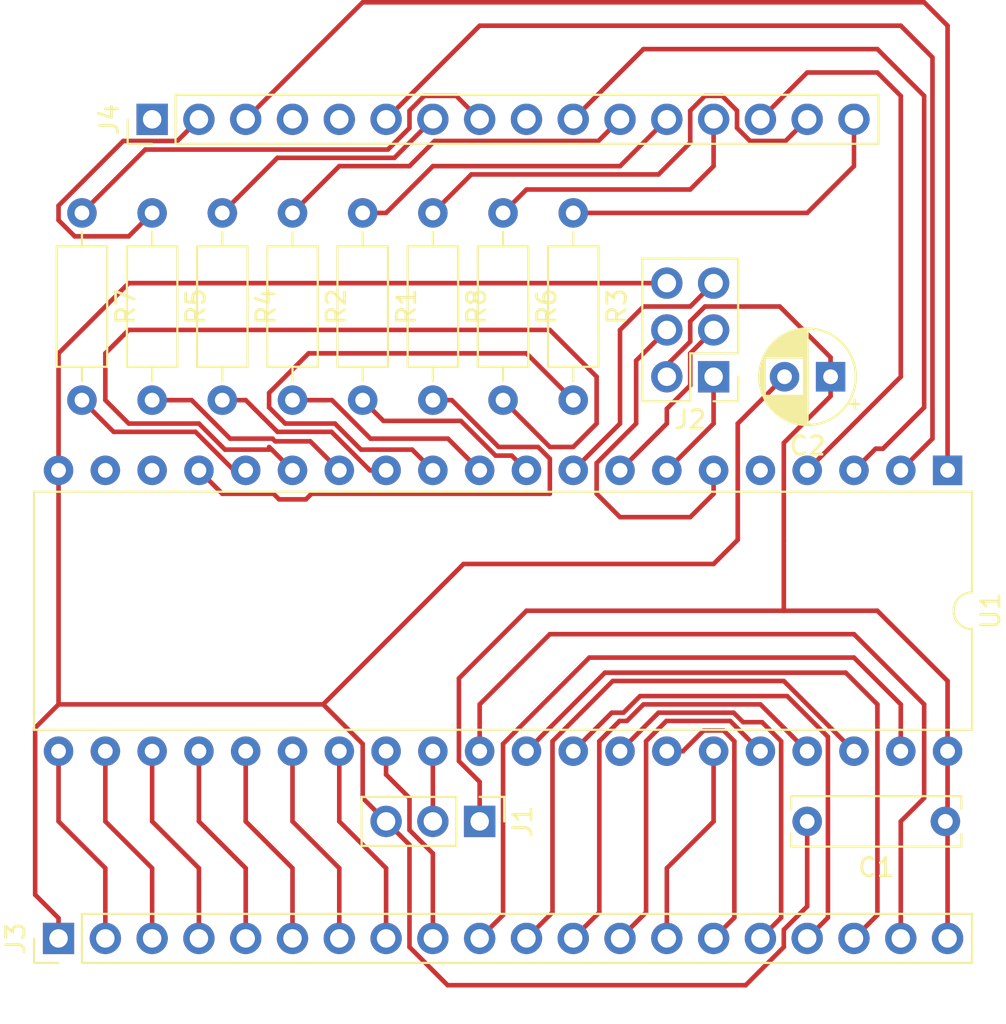
<source format=kicad_pcb>
(kicad_pcb (version 20171130) (host pcbnew "(5.1.0)-1")

  (general
    (thickness 1.6)
    (drawings 0)
    (tracks 289)
    (zones 0)
    (modules 15)
    (nets 53)
  )

  (page A4)
  (layers
    (0 F.Cu signal)
    (31 B.Cu signal)
    (32 B.Adhes user)
    (33 F.Adhes user)
    (34 B.Paste user)
    (35 F.Paste user)
    (36 B.SilkS user)
    (37 F.SilkS user)
    (38 B.Mask user)
    (39 F.Mask user)
    (40 Dwgs.User user)
    (41 Cmts.User user)
    (42 Eco1.User user)
    (43 Eco2.User user)
    (44 Edge.Cuts user)
    (45 Margin user)
    (46 B.CrtYd user)
    (47 F.CrtYd user)
    (48 B.Fab user)
    (49 F.Fab user)
  )

  (setup
    (last_trace_width 0.25)
    (trace_clearance 0.2)
    (zone_clearance 0.508)
    (zone_45_only no)
    (trace_min 0.2)
    (via_size 0.8)
    (via_drill 0.4)
    (via_min_size 0.4)
    (via_min_drill 0.3)
    (uvia_size 0.3)
    (uvia_drill 0.1)
    (uvias_allowed no)
    (uvia_min_size 0.2)
    (uvia_min_drill 0.1)
    (edge_width 0.05)
    (segment_width 0.2)
    (pcb_text_width 0.3)
    (pcb_text_size 1.5 1.5)
    (mod_edge_width 0.12)
    (mod_text_size 1 1)
    (mod_text_width 0.15)
    (pad_size 1.524 1.524)
    (pad_drill 0.762)
    (pad_to_mask_clearance 0.051)
    (solder_mask_min_width 0.25)
    (aux_axis_origin 0 0)
    (visible_elements FFFFFF7F)
    (pcbplotparams
      (layerselection 0x010fc_ffffffff)
      (usegerberextensions false)
      (usegerberattributes false)
      (usegerberadvancedattributes false)
      (creategerberjobfile false)
      (excludeedgelayer true)
      (linewidth 0.100000)
      (plotframeref false)
      (viasonmask false)
      (mode 1)
      (useauxorigin false)
      (hpglpennumber 1)
      (hpglpenspeed 20)
      (hpglpendiameter 15.000000)
      (psnegative false)
      (psa4output false)
      (plotreference true)
      (plotvalue true)
      (plotinvisibletext false)
      (padsonsilk false)
      (subtractmaskfromsilk false)
      (outputformat 1)
      (mirror false)
      (drillshape 1)
      (scaleselection 1)
      (outputdirectory ""))
  )

  (net 0 "")
  (net 1 +5V)
  (net 2 GND)
  (net 3 "Net-(J1-Pad2)")
  (net 4 /MISO)
  (net 5 /SCK)
  (net 6 /MOSI)
  (net 7 /~RESET)
  (net 8 /LSB0)
  (net 9 /LSB1)
  (net 10 /LSB2)
  (net 11 /LSB3)
  (net 12 /LSB4)
  (net 13 /LSB5)
  (net 14 /LSB6)
  (net 15 /LSB7)
  (net 16 /MSB0)
  (net 17 /MSB1)
  (net 18 /MSB2)
  (net 19 /MSB3)
  (net 20 /MSB4)
  (net 21 /MSB5)
  (net 22 /MSB6)
  (net 23 /MSB7)
  (net 24 /CK)
  (net 25 /Enable)
  (net 26 "Net-(J4-Pad1)")
  (net 27 /e)
  (net 28 /c1)
  (net 29 "Net-(J4-Pad4)")
  (net 30 "Net-(J4-Pad5)")
  (net 31 /c2)
  (net 32 /d)
  (net 33 /g)
  (net 34 "Net-(J4-Pad9)")
  (net 35 /c3)
  (net 36 /b)
  (net 37 /a)
  (net 38 /f)
  (net 39 /c4)
  (net 40 /dp)
  (net 41 /c)
  (net 42 "Net-(R1-Pad2)")
  (net 43 "Net-(R2-Pad2)")
  (net 44 "Net-(R3-Pad2)")
  (net 45 "Net-(R4-Pad2)")
  (net 46 "Net-(R5-Pad2)")
  (net 47 "Net-(R6-Pad2)")
  (net 48 "Net-(R7-Pad2)")
  (net 49 "Net-(R8-Pad2)")
  (net 50 "Net-(U1-Pad5)")
  (net 51 "Net-(U1-Pad18)")
  (net 52 "Net-(U1-Pad19)")

  (net_class Default "This is the default net class."
    (clearance 0.2)
    (trace_width 0.25)
    (via_dia 0.8)
    (via_drill 0.4)
    (uvia_dia 0.3)
    (uvia_drill 0.1)
    (add_net +5V)
    (add_net /CK)
    (add_net /Enable)
    (add_net /LSB0)
    (add_net /LSB1)
    (add_net /LSB2)
    (add_net /LSB3)
    (add_net /LSB4)
    (add_net /LSB5)
    (add_net /LSB6)
    (add_net /LSB7)
    (add_net /MISO)
    (add_net /MOSI)
    (add_net /MSB0)
    (add_net /MSB1)
    (add_net /MSB2)
    (add_net /MSB3)
    (add_net /MSB4)
    (add_net /MSB5)
    (add_net /MSB6)
    (add_net /MSB7)
    (add_net /SCK)
    (add_net /a)
    (add_net /b)
    (add_net /c)
    (add_net /c1)
    (add_net /c2)
    (add_net /c3)
    (add_net /c4)
    (add_net /d)
    (add_net /dp)
    (add_net /e)
    (add_net /f)
    (add_net /g)
    (add_net /~RESET)
    (add_net GND)
    (add_net "Net-(J1-Pad2)")
    (add_net "Net-(J4-Pad1)")
    (add_net "Net-(J4-Pad4)")
    (add_net "Net-(J4-Pad5)")
    (add_net "Net-(J4-Pad9)")
    (add_net "Net-(R1-Pad2)")
    (add_net "Net-(R2-Pad2)")
    (add_net "Net-(R3-Pad2)")
    (add_net "Net-(R4-Pad2)")
    (add_net "Net-(R5-Pad2)")
    (add_net "Net-(R6-Pad2)")
    (add_net "Net-(R7-Pad2)")
    (add_net "Net-(R8-Pad2)")
    (add_net "Net-(U1-Pad18)")
    (add_net "Net-(U1-Pad19)")
    (add_net "Net-(U1-Pad5)")
  )

  (module Capacitor_THT:C_Rect_L9.0mm_W2.5mm_P7.50mm_MKT (layer F.Cu) (tedit 5AE50EF0) (tstamp 5E251A82)
    (at 98.94 87.63 180)
    (descr "C, Rect series, Radial, pin pitch=7.50mm, , length*width=9*2.5mm^2, Capacitor, https://en.tdk.eu/inf/20/20/db/fc_2009/MKT_B32560_564.pdf")
    (tags "C Rect series Radial pin pitch 7.50mm  length 9mm width 2.5mm Capacitor")
    (path /5E249B6B)
    (fp_text reference C1 (at 3.75 -2.5 180) (layer F.SilkS)
      (effects (font (size 1 1) (thickness 0.15)))
    )
    (fp_text value 100nF (at 3.75 2.5 180) (layer F.Fab)
      (effects (font (size 1 1) (thickness 0.15)))
    )
    (fp_line (start -0.75 -1.25) (end -0.75 1.25) (layer F.Fab) (width 0.1))
    (fp_line (start -0.75 1.25) (end 8.25 1.25) (layer F.Fab) (width 0.1))
    (fp_line (start 8.25 1.25) (end 8.25 -1.25) (layer F.Fab) (width 0.1))
    (fp_line (start 8.25 -1.25) (end -0.75 -1.25) (layer F.Fab) (width 0.1))
    (fp_line (start -0.87 -1.37) (end 8.37 -1.37) (layer F.SilkS) (width 0.12))
    (fp_line (start -0.87 1.37) (end 8.37 1.37) (layer F.SilkS) (width 0.12))
    (fp_line (start -0.87 -1.37) (end -0.87 -0.665) (layer F.SilkS) (width 0.12))
    (fp_line (start -0.87 0.665) (end -0.87 1.37) (layer F.SilkS) (width 0.12))
    (fp_line (start 8.37 -1.37) (end 8.37 -0.665) (layer F.SilkS) (width 0.12))
    (fp_line (start 8.37 0.665) (end 8.37 1.37) (layer F.SilkS) (width 0.12))
    (fp_line (start -1.05 -1.5) (end -1.05 1.5) (layer F.CrtYd) (width 0.05))
    (fp_line (start -1.05 1.5) (end 8.55 1.5) (layer F.CrtYd) (width 0.05))
    (fp_line (start 8.55 1.5) (end 8.55 -1.5) (layer F.CrtYd) (width 0.05))
    (fp_line (start 8.55 -1.5) (end -1.05 -1.5) (layer F.CrtYd) (width 0.05))
    (fp_text user %R (at 3.81 0 180) (layer F.Fab)
      (effects (font (size 1 1) (thickness 0.15)))
    )
    (pad 1 thru_hole circle (at 0 0 180) (size 1.6 1.6) (drill 0.8) (layers *.Cu *.Mask)
      (net 1 +5V))
    (pad 2 thru_hole circle (at 7.5 0 180) (size 1.6 1.6) (drill 0.8) (layers *.Cu *.Mask)
      (net 2 GND))
    (model ${KISYS3DMOD}/Capacitor_THT.3dshapes/C_Rect_L9.0mm_W2.5mm_P7.50mm_MKT.wrl
      (at (xyz 0 0 0))
      (scale (xyz 1 1 1))
      (rotate (xyz 0 0 0))
    )
  )

  (module Capacitor_THT:CP_Radial_D5.0mm_P2.50mm (layer F.Cu) (tedit 5AE50EF0) (tstamp 5E24F30B)
    (at 92.71 63.5 180)
    (descr "CP, Radial series, Radial, pin pitch=2.50mm, , diameter=5mm, Electrolytic Capacitor")
    (tags "CP Radial series Radial pin pitch 2.50mm  diameter 5mm Electrolytic Capacitor")
    (path /5E2907A1)
    (fp_text reference C2 (at 1.25 -3.75 180) (layer F.SilkS)
      (effects (font (size 1 1) (thickness 0.15)))
    )
    (fp_text value 10uF (at 1.25 3.75 180) (layer F.Fab)
      (effects (font (size 1 1) (thickness 0.15)))
    )
    (fp_circle (center 1.25 0) (end 3.75 0) (layer F.Fab) (width 0.1))
    (fp_circle (center 1.25 0) (end 3.87 0) (layer F.SilkS) (width 0.12))
    (fp_circle (center 1.25 0) (end 4 0) (layer F.CrtYd) (width 0.05))
    (fp_line (start -0.883605 -1.0875) (end -0.383605 -1.0875) (layer F.Fab) (width 0.1))
    (fp_line (start -0.633605 -1.3375) (end -0.633605 -0.8375) (layer F.Fab) (width 0.1))
    (fp_line (start 1.25 -2.58) (end 1.25 2.58) (layer F.SilkS) (width 0.12))
    (fp_line (start 1.29 -2.58) (end 1.29 2.58) (layer F.SilkS) (width 0.12))
    (fp_line (start 1.33 -2.579) (end 1.33 2.579) (layer F.SilkS) (width 0.12))
    (fp_line (start 1.37 -2.578) (end 1.37 2.578) (layer F.SilkS) (width 0.12))
    (fp_line (start 1.41 -2.576) (end 1.41 2.576) (layer F.SilkS) (width 0.12))
    (fp_line (start 1.45 -2.573) (end 1.45 2.573) (layer F.SilkS) (width 0.12))
    (fp_line (start 1.49 -2.569) (end 1.49 -1.04) (layer F.SilkS) (width 0.12))
    (fp_line (start 1.49 1.04) (end 1.49 2.569) (layer F.SilkS) (width 0.12))
    (fp_line (start 1.53 -2.565) (end 1.53 -1.04) (layer F.SilkS) (width 0.12))
    (fp_line (start 1.53 1.04) (end 1.53 2.565) (layer F.SilkS) (width 0.12))
    (fp_line (start 1.57 -2.561) (end 1.57 -1.04) (layer F.SilkS) (width 0.12))
    (fp_line (start 1.57 1.04) (end 1.57 2.561) (layer F.SilkS) (width 0.12))
    (fp_line (start 1.61 -2.556) (end 1.61 -1.04) (layer F.SilkS) (width 0.12))
    (fp_line (start 1.61 1.04) (end 1.61 2.556) (layer F.SilkS) (width 0.12))
    (fp_line (start 1.65 -2.55) (end 1.65 -1.04) (layer F.SilkS) (width 0.12))
    (fp_line (start 1.65 1.04) (end 1.65 2.55) (layer F.SilkS) (width 0.12))
    (fp_line (start 1.69 -2.543) (end 1.69 -1.04) (layer F.SilkS) (width 0.12))
    (fp_line (start 1.69 1.04) (end 1.69 2.543) (layer F.SilkS) (width 0.12))
    (fp_line (start 1.73 -2.536) (end 1.73 -1.04) (layer F.SilkS) (width 0.12))
    (fp_line (start 1.73 1.04) (end 1.73 2.536) (layer F.SilkS) (width 0.12))
    (fp_line (start 1.77 -2.528) (end 1.77 -1.04) (layer F.SilkS) (width 0.12))
    (fp_line (start 1.77 1.04) (end 1.77 2.528) (layer F.SilkS) (width 0.12))
    (fp_line (start 1.81 -2.52) (end 1.81 -1.04) (layer F.SilkS) (width 0.12))
    (fp_line (start 1.81 1.04) (end 1.81 2.52) (layer F.SilkS) (width 0.12))
    (fp_line (start 1.85 -2.511) (end 1.85 -1.04) (layer F.SilkS) (width 0.12))
    (fp_line (start 1.85 1.04) (end 1.85 2.511) (layer F.SilkS) (width 0.12))
    (fp_line (start 1.89 -2.501) (end 1.89 -1.04) (layer F.SilkS) (width 0.12))
    (fp_line (start 1.89 1.04) (end 1.89 2.501) (layer F.SilkS) (width 0.12))
    (fp_line (start 1.93 -2.491) (end 1.93 -1.04) (layer F.SilkS) (width 0.12))
    (fp_line (start 1.93 1.04) (end 1.93 2.491) (layer F.SilkS) (width 0.12))
    (fp_line (start 1.971 -2.48) (end 1.971 -1.04) (layer F.SilkS) (width 0.12))
    (fp_line (start 1.971 1.04) (end 1.971 2.48) (layer F.SilkS) (width 0.12))
    (fp_line (start 2.011 -2.468) (end 2.011 -1.04) (layer F.SilkS) (width 0.12))
    (fp_line (start 2.011 1.04) (end 2.011 2.468) (layer F.SilkS) (width 0.12))
    (fp_line (start 2.051 -2.455) (end 2.051 -1.04) (layer F.SilkS) (width 0.12))
    (fp_line (start 2.051 1.04) (end 2.051 2.455) (layer F.SilkS) (width 0.12))
    (fp_line (start 2.091 -2.442) (end 2.091 -1.04) (layer F.SilkS) (width 0.12))
    (fp_line (start 2.091 1.04) (end 2.091 2.442) (layer F.SilkS) (width 0.12))
    (fp_line (start 2.131 -2.428) (end 2.131 -1.04) (layer F.SilkS) (width 0.12))
    (fp_line (start 2.131 1.04) (end 2.131 2.428) (layer F.SilkS) (width 0.12))
    (fp_line (start 2.171 -2.414) (end 2.171 -1.04) (layer F.SilkS) (width 0.12))
    (fp_line (start 2.171 1.04) (end 2.171 2.414) (layer F.SilkS) (width 0.12))
    (fp_line (start 2.211 -2.398) (end 2.211 -1.04) (layer F.SilkS) (width 0.12))
    (fp_line (start 2.211 1.04) (end 2.211 2.398) (layer F.SilkS) (width 0.12))
    (fp_line (start 2.251 -2.382) (end 2.251 -1.04) (layer F.SilkS) (width 0.12))
    (fp_line (start 2.251 1.04) (end 2.251 2.382) (layer F.SilkS) (width 0.12))
    (fp_line (start 2.291 -2.365) (end 2.291 -1.04) (layer F.SilkS) (width 0.12))
    (fp_line (start 2.291 1.04) (end 2.291 2.365) (layer F.SilkS) (width 0.12))
    (fp_line (start 2.331 -2.348) (end 2.331 -1.04) (layer F.SilkS) (width 0.12))
    (fp_line (start 2.331 1.04) (end 2.331 2.348) (layer F.SilkS) (width 0.12))
    (fp_line (start 2.371 -2.329) (end 2.371 -1.04) (layer F.SilkS) (width 0.12))
    (fp_line (start 2.371 1.04) (end 2.371 2.329) (layer F.SilkS) (width 0.12))
    (fp_line (start 2.411 -2.31) (end 2.411 -1.04) (layer F.SilkS) (width 0.12))
    (fp_line (start 2.411 1.04) (end 2.411 2.31) (layer F.SilkS) (width 0.12))
    (fp_line (start 2.451 -2.29) (end 2.451 -1.04) (layer F.SilkS) (width 0.12))
    (fp_line (start 2.451 1.04) (end 2.451 2.29) (layer F.SilkS) (width 0.12))
    (fp_line (start 2.491 -2.268) (end 2.491 -1.04) (layer F.SilkS) (width 0.12))
    (fp_line (start 2.491 1.04) (end 2.491 2.268) (layer F.SilkS) (width 0.12))
    (fp_line (start 2.531 -2.247) (end 2.531 -1.04) (layer F.SilkS) (width 0.12))
    (fp_line (start 2.531 1.04) (end 2.531 2.247) (layer F.SilkS) (width 0.12))
    (fp_line (start 2.571 -2.224) (end 2.571 -1.04) (layer F.SilkS) (width 0.12))
    (fp_line (start 2.571 1.04) (end 2.571 2.224) (layer F.SilkS) (width 0.12))
    (fp_line (start 2.611 -2.2) (end 2.611 -1.04) (layer F.SilkS) (width 0.12))
    (fp_line (start 2.611 1.04) (end 2.611 2.2) (layer F.SilkS) (width 0.12))
    (fp_line (start 2.651 -2.175) (end 2.651 -1.04) (layer F.SilkS) (width 0.12))
    (fp_line (start 2.651 1.04) (end 2.651 2.175) (layer F.SilkS) (width 0.12))
    (fp_line (start 2.691 -2.149) (end 2.691 -1.04) (layer F.SilkS) (width 0.12))
    (fp_line (start 2.691 1.04) (end 2.691 2.149) (layer F.SilkS) (width 0.12))
    (fp_line (start 2.731 -2.122) (end 2.731 -1.04) (layer F.SilkS) (width 0.12))
    (fp_line (start 2.731 1.04) (end 2.731 2.122) (layer F.SilkS) (width 0.12))
    (fp_line (start 2.771 -2.095) (end 2.771 -1.04) (layer F.SilkS) (width 0.12))
    (fp_line (start 2.771 1.04) (end 2.771 2.095) (layer F.SilkS) (width 0.12))
    (fp_line (start 2.811 -2.065) (end 2.811 -1.04) (layer F.SilkS) (width 0.12))
    (fp_line (start 2.811 1.04) (end 2.811 2.065) (layer F.SilkS) (width 0.12))
    (fp_line (start 2.851 -2.035) (end 2.851 -1.04) (layer F.SilkS) (width 0.12))
    (fp_line (start 2.851 1.04) (end 2.851 2.035) (layer F.SilkS) (width 0.12))
    (fp_line (start 2.891 -2.004) (end 2.891 -1.04) (layer F.SilkS) (width 0.12))
    (fp_line (start 2.891 1.04) (end 2.891 2.004) (layer F.SilkS) (width 0.12))
    (fp_line (start 2.931 -1.971) (end 2.931 -1.04) (layer F.SilkS) (width 0.12))
    (fp_line (start 2.931 1.04) (end 2.931 1.971) (layer F.SilkS) (width 0.12))
    (fp_line (start 2.971 -1.937) (end 2.971 -1.04) (layer F.SilkS) (width 0.12))
    (fp_line (start 2.971 1.04) (end 2.971 1.937) (layer F.SilkS) (width 0.12))
    (fp_line (start 3.011 -1.901) (end 3.011 -1.04) (layer F.SilkS) (width 0.12))
    (fp_line (start 3.011 1.04) (end 3.011 1.901) (layer F.SilkS) (width 0.12))
    (fp_line (start 3.051 -1.864) (end 3.051 -1.04) (layer F.SilkS) (width 0.12))
    (fp_line (start 3.051 1.04) (end 3.051 1.864) (layer F.SilkS) (width 0.12))
    (fp_line (start 3.091 -1.826) (end 3.091 -1.04) (layer F.SilkS) (width 0.12))
    (fp_line (start 3.091 1.04) (end 3.091 1.826) (layer F.SilkS) (width 0.12))
    (fp_line (start 3.131 -1.785) (end 3.131 -1.04) (layer F.SilkS) (width 0.12))
    (fp_line (start 3.131 1.04) (end 3.131 1.785) (layer F.SilkS) (width 0.12))
    (fp_line (start 3.171 -1.743) (end 3.171 -1.04) (layer F.SilkS) (width 0.12))
    (fp_line (start 3.171 1.04) (end 3.171 1.743) (layer F.SilkS) (width 0.12))
    (fp_line (start 3.211 -1.699) (end 3.211 -1.04) (layer F.SilkS) (width 0.12))
    (fp_line (start 3.211 1.04) (end 3.211 1.699) (layer F.SilkS) (width 0.12))
    (fp_line (start 3.251 -1.653) (end 3.251 -1.04) (layer F.SilkS) (width 0.12))
    (fp_line (start 3.251 1.04) (end 3.251 1.653) (layer F.SilkS) (width 0.12))
    (fp_line (start 3.291 -1.605) (end 3.291 -1.04) (layer F.SilkS) (width 0.12))
    (fp_line (start 3.291 1.04) (end 3.291 1.605) (layer F.SilkS) (width 0.12))
    (fp_line (start 3.331 -1.554) (end 3.331 -1.04) (layer F.SilkS) (width 0.12))
    (fp_line (start 3.331 1.04) (end 3.331 1.554) (layer F.SilkS) (width 0.12))
    (fp_line (start 3.371 -1.5) (end 3.371 -1.04) (layer F.SilkS) (width 0.12))
    (fp_line (start 3.371 1.04) (end 3.371 1.5) (layer F.SilkS) (width 0.12))
    (fp_line (start 3.411 -1.443) (end 3.411 -1.04) (layer F.SilkS) (width 0.12))
    (fp_line (start 3.411 1.04) (end 3.411 1.443) (layer F.SilkS) (width 0.12))
    (fp_line (start 3.451 -1.383) (end 3.451 -1.04) (layer F.SilkS) (width 0.12))
    (fp_line (start 3.451 1.04) (end 3.451 1.383) (layer F.SilkS) (width 0.12))
    (fp_line (start 3.491 -1.319) (end 3.491 -1.04) (layer F.SilkS) (width 0.12))
    (fp_line (start 3.491 1.04) (end 3.491 1.319) (layer F.SilkS) (width 0.12))
    (fp_line (start 3.531 -1.251) (end 3.531 -1.04) (layer F.SilkS) (width 0.12))
    (fp_line (start 3.531 1.04) (end 3.531 1.251) (layer F.SilkS) (width 0.12))
    (fp_line (start 3.571 -1.178) (end 3.571 1.178) (layer F.SilkS) (width 0.12))
    (fp_line (start 3.611 -1.098) (end 3.611 1.098) (layer F.SilkS) (width 0.12))
    (fp_line (start 3.651 -1.011) (end 3.651 1.011) (layer F.SilkS) (width 0.12))
    (fp_line (start 3.691 -0.915) (end 3.691 0.915) (layer F.SilkS) (width 0.12))
    (fp_line (start 3.731 -0.805) (end 3.731 0.805) (layer F.SilkS) (width 0.12))
    (fp_line (start 3.771 -0.677) (end 3.771 0.677) (layer F.SilkS) (width 0.12))
    (fp_line (start 3.811 -0.518) (end 3.811 0.518) (layer F.SilkS) (width 0.12))
    (fp_line (start 3.851 -0.284) (end 3.851 0.284) (layer F.SilkS) (width 0.12))
    (fp_line (start -1.554775 -1.475) (end -1.054775 -1.475) (layer F.SilkS) (width 0.12))
    (fp_line (start -1.304775 -1.725) (end -1.304775 -1.225) (layer F.SilkS) (width 0.12))
    (fp_text user %R (at 1.25 0 180) (layer F.Fab)
      (effects (font (size 1 1) (thickness 0.15)))
    )
    (pad 1 thru_hole rect (at 0 0 180) (size 1.6 1.6) (drill 0.8) (layers *.Cu *.Mask)
      (net 1 +5V))
    (pad 2 thru_hole circle (at 2.5 0 180) (size 1.6 1.6) (drill 0.8) (layers *.Cu *.Mask)
      (net 2 GND))
    (model ${KISYS3DMOD}/Capacitor_THT.3dshapes/CP_Radial_D5.0mm_P2.50mm.wrl
      (at (xyz 0 0 0))
      (scale (xyz 1 1 1))
      (rotate (xyz 0 0 0))
    )
  )

  (module Connector_PinHeader_2.54mm:PinHeader_1x03_P2.54mm_Vertical (layer F.Cu) (tedit 59FED5CC) (tstamp 5E250852)
    (at 73.66 87.63 270)
    (descr "Through hole straight pin header, 1x03, 2.54mm pitch, single row")
    (tags "Through hole pin header THT 1x03 2.54mm single row")
    (path /5E286A48)
    (fp_text reference J1 (at 0 -2.33 270) (layer F.SilkS)
      (effects (font (size 1 1) (thickness 0.15)))
    )
    (fp_text value Conn_01x03 (at 0 7.41 270) (layer F.Fab)
      (effects (font (size 1 1) (thickness 0.15)))
    )
    (fp_line (start -0.635 -1.27) (end 1.27 -1.27) (layer F.Fab) (width 0.1))
    (fp_line (start 1.27 -1.27) (end 1.27 6.35) (layer F.Fab) (width 0.1))
    (fp_line (start 1.27 6.35) (end -1.27 6.35) (layer F.Fab) (width 0.1))
    (fp_line (start -1.27 6.35) (end -1.27 -0.635) (layer F.Fab) (width 0.1))
    (fp_line (start -1.27 -0.635) (end -0.635 -1.27) (layer F.Fab) (width 0.1))
    (fp_line (start -1.33 6.41) (end 1.33 6.41) (layer F.SilkS) (width 0.12))
    (fp_line (start -1.33 1.27) (end -1.33 6.41) (layer F.SilkS) (width 0.12))
    (fp_line (start 1.33 1.27) (end 1.33 6.41) (layer F.SilkS) (width 0.12))
    (fp_line (start -1.33 1.27) (end 1.33 1.27) (layer F.SilkS) (width 0.12))
    (fp_line (start -1.33 0) (end -1.33 -1.33) (layer F.SilkS) (width 0.12))
    (fp_line (start -1.33 -1.33) (end 0 -1.33) (layer F.SilkS) (width 0.12))
    (fp_line (start -1.8 -1.8) (end -1.8 6.85) (layer F.CrtYd) (width 0.05))
    (fp_line (start -1.8 6.85) (end 1.8 6.85) (layer F.CrtYd) (width 0.05))
    (fp_line (start 1.8 6.85) (end 1.8 -1.8) (layer F.CrtYd) (width 0.05))
    (fp_line (start 1.8 -1.8) (end -1.8 -1.8) (layer F.CrtYd) (width 0.05))
    (fp_text user %R (at 0 2.54) (layer F.Fab)
      (effects (font (size 1 1) (thickness 0.15)))
    )
    (pad 1 thru_hole rect (at 0 0 270) (size 1.7 1.7) (drill 1) (layers *.Cu *.Mask)
      (net 1 +5V))
    (pad 2 thru_hole oval (at 0 2.54 270) (size 1.7 1.7) (drill 1) (layers *.Cu *.Mask)
      (net 3 "Net-(J1-Pad2)"))
    (pad 3 thru_hole oval (at 0 5.08 270) (size 1.7 1.7) (drill 1) (layers *.Cu *.Mask)
      (net 2 GND))
    (model ${KISYS3DMOD}/Connector_PinHeader_2.54mm.3dshapes/PinHeader_1x03_P2.54mm_Vertical.wrl
      (at (xyz 0 0 0))
      (scale (xyz 1 1 1))
      (rotate (xyz 0 0 0))
    )
  )

  (module Connector_PinHeader_2.54mm:PinHeader_2x03_P2.54mm_Vertical (layer F.Cu) (tedit 59FED5CC) (tstamp 5E250DD0)
    (at 86.36 63.5 180)
    (descr "Through hole straight pin header, 2x03, 2.54mm pitch, double rows")
    (tags "Through hole pin header THT 2x03 2.54mm double row")
    (path /5E24A490)
    (fp_text reference J2 (at 1.27 -2.33 180) (layer F.SilkS)
      (effects (font (size 1 1) (thickness 0.15)))
    )
    (fp_text value AVR-ISP-6 (at 1.27 7.41 180) (layer F.Fab)
      (effects (font (size 1 1) (thickness 0.15)))
    )
    (fp_line (start 0 -1.27) (end 3.81 -1.27) (layer F.Fab) (width 0.1))
    (fp_line (start 3.81 -1.27) (end 3.81 6.35) (layer F.Fab) (width 0.1))
    (fp_line (start 3.81 6.35) (end -1.27 6.35) (layer F.Fab) (width 0.1))
    (fp_line (start -1.27 6.35) (end -1.27 0) (layer F.Fab) (width 0.1))
    (fp_line (start -1.27 0) (end 0 -1.27) (layer F.Fab) (width 0.1))
    (fp_line (start -1.33 6.41) (end 3.87 6.41) (layer F.SilkS) (width 0.12))
    (fp_line (start -1.33 1.27) (end -1.33 6.41) (layer F.SilkS) (width 0.12))
    (fp_line (start 3.87 -1.33) (end 3.87 6.41) (layer F.SilkS) (width 0.12))
    (fp_line (start -1.33 1.27) (end 1.27 1.27) (layer F.SilkS) (width 0.12))
    (fp_line (start 1.27 1.27) (end 1.27 -1.33) (layer F.SilkS) (width 0.12))
    (fp_line (start 1.27 -1.33) (end 3.87 -1.33) (layer F.SilkS) (width 0.12))
    (fp_line (start -1.33 0) (end -1.33 -1.33) (layer F.SilkS) (width 0.12))
    (fp_line (start -1.33 -1.33) (end 0 -1.33) (layer F.SilkS) (width 0.12))
    (fp_line (start -1.8 -1.8) (end -1.8 6.85) (layer F.CrtYd) (width 0.05))
    (fp_line (start -1.8 6.85) (end 4.35 6.85) (layer F.CrtYd) (width 0.05))
    (fp_line (start 4.35 6.85) (end 4.35 -1.8) (layer F.CrtYd) (width 0.05))
    (fp_line (start 4.35 -1.8) (end -1.8 -1.8) (layer F.CrtYd) (width 0.05))
    (fp_text user %R (at 1.27 2.54 270) (layer F.Fab)
      (effects (font (size 1 1) (thickness 0.15)))
    )
    (pad 1 thru_hole rect (at 0 0 180) (size 1.7 1.7) (drill 1) (layers *.Cu *.Mask)
      (net 4 /MISO))
    (pad 2 thru_hole oval (at 2.54 0 180) (size 1.7 1.7) (drill 1) (layers *.Cu *.Mask)
      (net 1 +5V))
    (pad 3 thru_hole oval (at 0 2.54 180) (size 1.7 1.7) (drill 1) (layers *.Cu *.Mask)
      (net 5 /SCK))
    (pad 4 thru_hole oval (at 2.54 2.54 180) (size 1.7 1.7) (drill 1) (layers *.Cu *.Mask)
      (net 6 /MOSI))
    (pad 5 thru_hole oval (at 0 5.08 180) (size 1.7 1.7) (drill 1) (layers *.Cu *.Mask)
      (net 7 /~RESET))
    (pad 6 thru_hole oval (at 2.54 5.08 180) (size 1.7 1.7) (drill 1) (layers *.Cu *.Mask)
      (net 2 GND))
    (model ${KISYS3DMOD}/Connector_PinHeader_2.54mm.3dshapes/PinHeader_2x03_P2.54mm_Vertical.wrl
      (at (xyz 0 0 0))
      (scale (xyz 1 1 1))
      (rotate (xyz 0 0 0))
    )
  )

  (module Connector_PinHeader_2.54mm:PinHeader_1x20_P2.54mm_Vertical (layer F.Cu) (tedit 59FED5CC) (tstamp 5E25091B)
    (at 50.8 93.98 90)
    (descr "Through hole straight pin header, 1x20, 2.54mm pitch, single row")
    (tags "Through hole pin header THT 1x20 2.54mm single row")
    (path /5E25004F)
    (fp_text reference J3 (at 0 -2.33 90) (layer F.SilkS)
      (effects (font (size 1 1) (thickness 0.15)))
    )
    (fp_text value Conn_01x20 (at 0 50.59 90) (layer F.Fab)
      (effects (font (size 1 1) (thickness 0.15)))
    )
    (fp_line (start -0.635 -1.27) (end 1.27 -1.27) (layer F.Fab) (width 0.1))
    (fp_line (start 1.27 -1.27) (end 1.27 49.53) (layer F.Fab) (width 0.1))
    (fp_line (start 1.27 49.53) (end -1.27 49.53) (layer F.Fab) (width 0.1))
    (fp_line (start -1.27 49.53) (end -1.27 -0.635) (layer F.Fab) (width 0.1))
    (fp_line (start -1.27 -0.635) (end -0.635 -1.27) (layer F.Fab) (width 0.1))
    (fp_line (start -1.33 49.59) (end 1.33 49.59) (layer F.SilkS) (width 0.12))
    (fp_line (start -1.33 1.27) (end -1.33 49.59) (layer F.SilkS) (width 0.12))
    (fp_line (start 1.33 1.27) (end 1.33 49.59) (layer F.SilkS) (width 0.12))
    (fp_line (start -1.33 1.27) (end 1.33 1.27) (layer F.SilkS) (width 0.12))
    (fp_line (start -1.33 0) (end -1.33 -1.33) (layer F.SilkS) (width 0.12))
    (fp_line (start -1.33 -1.33) (end 0 -1.33) (layer F.SilkS) (width 0.12))
    (fp_line (start -1.8 -1.8) (end -1.8 50.05) (layer F.CrtYd) (width 0.05))
    (fp_line (start -1.8 50.05) (end 1.8 50.05) (layer F.CrtYd) (width 0.05))
    (fp_line (start 1.8 50.05) (end 1.8 -1.8) (layer F.CrtYd) (width 0.05))
    (fp_line (start 1.8 -1.8) (end -1.8 -1.8) (layer F.CrtYd) (width 0.05))
    (fp_text user %R (at 0 24.13 180) (layer F.Fab)
      (effects (font (size 1 1) (thickness 0.15)))
    )
    (pad 1 thru_hole rect (at 0 0 90) (size 1.7 1.7) (drill 1) (layers *.Cu *.Mask)
      (net 2 GND))
    (pad 2 thru_hole oval (at 0 2.54 90) (size 1.7 1.7) (drill 1) (layers *.Cu *.Mask)
      (net 8 /LSB0))
    (pad 3 thru_hole oval (at 0 5.08 90) (size 1.7 1.7) (drill 1) (layers *.Cu *.Mask)
      (net 9 /LSB1))
    (pad 4 thru_hole oval (at 0 7.62 90) (size 1.7 1.7) (drill 1) (layers *.Cu *.Mask)
      (net 10 /LSB2))
    (pad 5 thru_hole oval (at 0 10.16 90) (size 1.7 1.7) (drill 1) (layers *.Cu *.Mask)
      (net 11 /LSB3))
    (pad 6 thru_hole oval (at 0 12.7 90) (size 1.7 1.7) (drill 1) (layers *.Cu *.Mask)
      (net 12 /LSB4))
    (pad 7 thru_hole oval (at 0 15.24 90) (size 1.7 1.7) (drill 1) (layers *.Cu *.Mask)
      (net 13 /LSB5))
    (pad 8 thru_hole oval (at 0 17.78 90) (size 1.7 1.7) (drill 1) (layers *.Cu *.Mask)
      (net 14 /LSB6))
    (pad 9 thru_hole oval (at 0 20.32 90) (size 1.7 1.7) (drill 1) (layers *.Cu *.Mask)
      (net 15 /LSB7))
    (pad 10 thru_hole oval (at 0 22.86 90) (size 1.7 1.7) (drill 1) (layers *.Cu *.Mask)
      (net 16 /MSB0))
    (pad 11 thru_hole oval (at 0 25.4 90) (size 1.7 1.7) (drill 1) (layers *.Cu *.Mask)
      (net 17 /MSB1))
    (pad 12 thru_hole oval (at 0 27.94 90) (size 1.7 1.7) (drill 1) (layers *.Cu *.Mask)
      (net 18 /MSB2))
    (pad 13 thru_hole oval (at 0 30.48 90) (size 1.7 1.7) (drill 1) (layers *.Cu *.Mask)
      (net 19 /MSB3))
    (pad 14 thru_hole oval (at 0 33.02 90) (size 1.7 1.7) (drill 1) (layers *.Cu *.Mask)
      (net 20 /MSB4))
    (pad 15 thru_hole oval (at 0 35.56 90) (size 1.7 1.7) (drill 1) (layers *.Cu *.Mask)
      (net 21 /MSB5))
    (pad 16 thru_hole oval (at 0 38.1 90) (size 1.7 1.7) (drill 1) (layers *.Cu *.Mask)
      (net 22 /MSB6))
    (pad 17 thru_hole oval (at 0 40.64 90) (size 1.7 1.7) (drill 1) (layers *.Cu *.Mask)
      (net 23 /MSB7))
    (pad 18 thru_hole oval (at 0 43.18 90) (size 1.7 1.7) (drill 1) (layers *.Cu *.Mask)
      (net 24 /CK))
    (pad 19 thru_hole oval (at 0 45.72 90) (size 1.7 1.7) (drill 1) (layers *.Cu *.Mask)
      (net 25 /Enable))
    (pad 20 thru_hole oval (at 0 48.26 90) (size 1.7 1.7) (drill 1) (layers *.Cu *.Mask)
      (net 1 +5V))
    (model ${KISYS3DMOD}/Connector_PinHeader_2.54mm.3dshapes/PinHeader_1x20_P2.54mm_Vertical.wrl
      (at (xyz 0 0 0))
      (scale (xyz 1 1 1))
      (rotate (xyz 0 0 0))
    )
  )

  (module Connector_PinHeader_2.54mm:PinHeader_1x16_P2.54mm_Vertical (layer F.Cu) (tedit 59FED5CC) (tstamp 5E24F38A)
    (at 55.88 49.53 90)
    (descr "Through hole straight pin header, 1x16, 2.54mm pitch, single row")
    (tags "Through hole pin header THT 1x16 2.54mm single row")
    (path /5E24E95C)
    (fp_text reference J4 (at 0 -2.33 90) (layer F.SilkS)
      (effects (font (size 1 1) (thickness 0.15)))
    )
    (fp_text value Conn_01x16 (at 0 40.43 90) (layer F.Fab)
      (effects (font (size 1 1) (thickness 0.15)))
    )
    (fp_line (start -0.635 -1.27) (end 1.27 -1.27) (layer F.Fab) (width 0.1))
    (fp_line (start 1.27 -1.27) (end 1.27 39.37) (layer F.Fab) (width 0.1))
    (fp_line (start 1.27 39.37) (end -1.27 39.37) (layer F.Fab) (width 0.1))
    (fp_line (start -1.27 39.37) (end -1.27 -0.635) (layer F.Fab) (width 0.1))
    (fp_line (start -1.27 -0.635) (end -0.635 -1.27) (layer F.Fab) (width 0.1))
    (fp_line (start -1.33 39.43) (end 1.33 39.43) (layer F.SilkS) (width 0.12))
    (fp_line (start -1.33 1.27) (end -1.33 39.43) (layer F.SilkS) (width 0.12))
    (fp_line (start 1.33 1.27) (end 1.33 39.43) (layer F.SilkS) (width 0.12))
    (fp_line (start -1.33 1.27) (end 1.33 1.27) (layer F.SilkS) (width 0.12))
    (fp_line (start -1.33 0) (end -1.33 -1.33) (layer F.SilkS) (width 0.12))
    (fp_line (start -1.33 -1.33) (end 0 -1.33) (layer F.SilkS) (width 0.12))
    (fp_line (start -1.8 -1.8) (end -1.8 39.9) (layer F.CrtYd) (width 0.05))
    (fp_line (start -1.8 39.9) (end 1.8 39.9) (layer F.CrtYd) (width 0.05))
    (fp_line (start 1.8 39.9) (end 1.8 -1.8) (layer F.CrtYd) (width 0.05))
    (fp_line (start 1.8 -1.8) (end -1.8 -1.8) (layer F.CrtYd) (width 0.05))
    (fp_text user %R (at 0 19.05 180) (layer F.Fab)
      (effects (font (size 1 1) (thickness 0.15)))
    )
    (pad 1 thru_hole rect (at 0 0 90) (size 1.7 1.7) (drill 1) (layers *.Cu *.Mask)
      (net 26 "Net-(J4-Pad1)"))
    (pad 2 thru_hole oval (at 0 2.54 90) (size 1.7 1.7) (drill 1) (layers *.Cu *.Mask)
      (net 27 /e))
    (pad 3 thru_hole oval (at 0 5.08 90) (size 1.7 1.7) (drill 1) (layers *.Cu *.Mask)
      (net 28 /c1))
    (pad 4 thru_hole oval (at 0 7.62 90) (size 1.7 1.7) (drill 1) (layers *.Cu *.Mask)
      (net 29 "Net-(J4-Pad4)"))
    (pad 5 thru_hole oval (at 0 10.16 90) (size 1.7 1.7) (drill 1) (layers *.Cu *.Mask)
      (net 30 "Net-(J4-Pad5)"))
    (pad 6 thru_hole oval (at 0 12.7 90) (size 1.7 1.7) (drill 1) (layers *.Cu *.Mask)
      (net 31 /c2))
    (pad 7 thru_hole oval (at 0 15.24 90) (size 1.7 1.7) (drill 1) (layers *.Cu *.Mask)
      (net 32 /d))
    (pad 8 thru_hole oval (at 0 17.78 90) (size 1.7 1.7) (drill 1) (layers *.Cu *.Mask)
      (net 33 /g))
    (pad 9 thru_hole oval (at 0 20.32 90) (size 1.7 1.7) (drill 1) (layers *.Cu *.Mask)
      (net 34 "Net-(J4-Pad9)"))
    (pad 10 thru_hole oval (at 0 22.86 90) (size 1.7 1.7) (drill 1) (layers *.Cu *.Mask)
      (net 35 /c3))
    (pad 11 thru_hole oval (at 0 25.4 90) (size 1.7 1.7) (drill 1) (layers *.Cu *.Mask)
      (net 36 /b))
    (pad 12 thru_hole oval (at 0 27.94 90) (size 1.7 1.7) (drill 1) (layers *.Cu *.Mask)
      (net 37 /a))
    (pad 13 thru_hole oval (at 0 30.48 90) (size 1.7 1.7) (drill 1) (layers *.Cu *.Mask)
      (net 38 /f))
    (pad 14 thru_hole oval (at 0 33.02 90) (size 1.7 1.7) (drill 1) (layers *.Cu *.Mask)
      (net 39 /c4))
    (pad 15 thru_hole oval (at 0 35.56 90) (size 1.7 1.7) (drill 1) (layers *.Cu *.Mask)
      (net 40 /dp))
    (pad 16 thru_hole oval (at 0 38.1 90) (size 1.7 1.7) (drill 1) (layers *.Cu *.Mask)
      (net 41 /c))
    (model ${KISYS3DMOD}/Connector_PinHeader_2.54mm.3dshapes/PinHeader_1x16_P2.54mm_Vertical.wrl
      (at (xyz 0 0 0))
      (scale (xyz 1 1 1))
      (rotate (xyz 0 0 0))
    )
  )

  (module Package_DIP:DIP-40_W15.24mm (layer F.Cu) (tedit 5A02E8C5) (tstamp 5E24F47E)
    (at 99.06 68.58 270)
    (descr "40-lead though-hole mounted DIP package, row spacing 15.24 mm (600 mils)")
    (tags "THT DIP DIL PDIP 2.54mm 15.24mm 600mil")
    (path /5E2479FA)
    (fp_text reference U1 (at 7.62 -2.33 270) (layer F.SilkS)
      (effects (font (size 1 1) (thickness 0.15)))
    )
    (fp_text value ATmega8515L-8PU (at 7.62 50.59 270) (layer F.Fab)
      (effects (font (size 1 1) (thickness 0.15)))
    )
    (fp_arc (start 7.62 -1.33) (end 6.62 -1.33) (angle -180) (layer F.SilkS) (width 0.12))
    (fp_line (start 1.255 -1.27) (end 14.985 -1.27) (layer F.Fab) (width 0.1))
    (fp_line (start 14.985 -1.27) (end 14.985 49.53) (layer F.Fab) (width 0.1))
    (fp_line (start 14.985 49.53) (end 0.255 49.53) (layer F.Fab) (width 0.1))
    (fp_line (start 0.255 49.53) (end 0.255 -0.27) (layer F.Fab) (width 0.1))
    (fp_line (start 0.255 -0.27) (end 1.255 -1.27) (layer F.Fab) (width 0.1))
    (fp_line (start 6.62 -1.33) (end 1.16 -1.33) (layer F.SilkS) (width 0.12))
    (fp_line (start 1.16 -1.33) (end 1.16 49.59) (layer F.SilkS) (width 0.12))
    (fp_line (start 1.16 49.59) (end 14.08 49.59) (layer F.SilkS) (width 0.12))
    (fp_line (start 14.08 49.59) (end 14.08 -1.33) (layer F.SilkS) (width 0.12))
    (fp_line (start 14.08 -1.33) (end 8.62 -1.33) (layer F.SilkS) (width 0.12))
    (fp_line (start -1.05 -1.55) (end -1.05 49.8) (layer F.CrtYd) (width 0.05))
    (fp_line (start -1.05 49.8) (end 16.3 49.8) (layer F.CrtYd) (width 0.05))
    (fp_line (start 16.3 49.8) (end 16.3 -1.55) (layer F.CrtYd) (width 0.05))
    (fp_line (start 16.3 -1.55) (end -1.05 -1.55) (layer F.CrtYd) (width 0.05))
    (fp_text user %R (at 7.62 24.13 270) (layer F.Fab)
      (effects (font (size 1 1) (thickness 0.15)))
    )
    (pad 1 thru_hole rect (at 0 0 270) (size 1.6 1.6) (drill 0.8) (layers *.Cu *.Mask)
      (net 28 /c1))
    (pad 21 thru_hole oval (at 15.24 48.26 270) (size 1.6 1.6) (drill 0.8) (layers *.Cu *.Mask)
      (net 8 /LSB0))
    (pad 2 thru_hole oval (at 0 2.54 270) (size 1.6 1.6) (drill 0.8) (layers *.Cu *.Mask)
      (net 31 /c2))
    (pad 22 thru_hole oval (at 15.24 45.72 270) (size 1.6 1.6) (drill 0.8) (layers *.Cu *.Mask)
      (net 9 /LSB1))
    (pad 3 thru_hole oval (at 0 5.08 270) (size 1.6 1.6) (drill 0.8) (layers *.Cu *.Mask)
      (net 35 /c3))
    (pad 23 thru_hole oval (at 15.24 43.18 270) (size 1.6 1.6) (drill 0.8) (layers *.Cu *.Mask)
      (net 10 /LSB2))
    (pad 4 thru_hole oval (at 0 7.62 270) (size 1.6 1.6) (drill 0.8) (layers *.Cu *.Mask)
      (net 39 /c4))
    (pad 24 thru_hole oval (at 15.24 40.64 270) (size 1.6 1.6) (drill 0.8) (layers *.Cu *.Mask)
      (net 11 /LSB3))
    (pad 5 thru_hole oval (at 0 10.16 270) (size 1.6 1.6) (drill 0.8) (layers *.Cu *.Mask)
      (net 50 "Net-(U1-Pad5)"))
    (pad 25 thru_hole oval (at 15.24 38.1 270) (size 1.6 1.6) (drill 0.8) (layers *.Cu *.Mask)
      (net 12 /LSB4))
    (pad 6 thru_hole oval (at 0 12.7 270) (size 1.6 1.6) (drill 0.8) (layers *.Cu *.Mask)
      (net 6 /MOSI))
    (pad 26 thru_hole oval (at 15.24 35.56 270) (size 1.6 1.6) (drill 0.8) (layers *.Cu *.Mask)
      (net 13 /LSB5))
    (pad 7 thru_hole oval (at 0 15.24 270) (size 1.6 1.6) (drill 0.8) (layers *.Cu *.Mask)
      (net 4 /MISO))
    (pad 27 thru_hole oval (at 15.24 33.02 270) (size 1.6 1.6) (drill 0.8) (layers *.Cu *.Mask)
      (net 14 /LSB6))
    (pad 8 thru_hole oval (at 0 17.78 270) (size 1.6 1.6) (drill 0.8) (layers *.Cu *.Mask)
      (net 5 /SCK))
    (pad 28 thru_hole oval (at 15.24 30.48 270) (size 1.6 1.6) (drill 0.8) (layers *.Cu *.Mask)
      (net 15 /LSB7))
    (pad 9 thru_hole oval (at 0 20.32 270) (size 1.6 1.6) (drill 0.8) (layers *.Cu *.Mask)
      (net 7 /~RESET))
    (pad 29 thru_hole oval (at 15.24 27.94 270) (size 1.6 1.6) (drill 0.8) (layers *.Cu *.Mask)
      (net 3 "Net-(J1-Pad2)"))
    (pad 10 thru_hole oval (at 0 22.86 270) (size 1.6 1.6) (drill 0.8) (layers *.Cu *.Mask)
      (net 42 "Net-(R1-Pad2)"))
    (pad 30 thru_hole oval (at 15.24 25.4 270) (size 1.6 1.6) (drill 0.8) (layers *.Cu *.Mask)
      (net 25 /Enable))
    (pad 11 thru_hole oval (at 0 25.4 270) (size 1.6 1.6) (drill 0.8) (layers *.Cu *.Mask)
      (net 43 "Net-(R2-Pad2)"))
    (pad 31 thru_hole oval (at 15.24 22.86 270) (size 1.6 1.6) (drill 0.8) (layers *.Cu *.Mask)
      (net 24 /CK))
    (pad 12 thru_hole oval (at 0 27.94 270) (size 1.6 1.6) (drill 0.8) (layers *.Cu *.Mask)
      (net 44 "Net-(R3-Pad2)"))
    (pad 32 thru_hole oval (at 15.24 20.32 270) (size 1.6 1.6) (drill 0.8) (layers *.Cu *.Mask)
      (net 23 /MSB7))
    (pad 13 thru_hole oval (at 0 30.48 270) (size 1.6 1.6) (drill 0.8) (layers *.Cu *.Mask)
      (net 45 "Net-(R4-Pad2)"))
    (pad 33 thru_hole oval (at 15.24 17.78 270) (size 1.6 1.6) (drill 0.8) (layers *.Cu *.Mask)
      (net 22 /MSB6))
    (pad 14 thru_hole oval (at 0 33.02 270) (size 1.6 1.6) (drill 0.8) (layers *.Cu *.Mask)
      (net 46 "Net-(R5-Pad2)"))
    (pad 34 thru_hole oval (at 15.24 15.24 270) (size 1.6 1.6) (drill 0.8) (layers *.Cu *.Mask)
      (net 21 /MSB5))
    (pad 15 thru_hole oval (at 0 35.56 270) (size 1.6 1.6) (drill 0.8) (layers *.Cu *.Mask)
      (net 47 "Net-(R6-Pad2)"))
    (pad 35 thru_hole oval (at 15.24 12.7 270) (size 1.6 1.6) (drill 0.8) (layers *.Cu *.Mask)
      (net 20 /MSB4))
    (pad 16 thru_hole oval (at 0 38.1 270) (size 1.6 1.6) (drill 0.8) (layers *.Cu *.Mask)
      (net 48 "Net-(R7-Pad2)"))
    (pad 36 thru_hole oval (at 15.24 10.16 270) (size 1.6 1.6) (drill 0.8) (layers *.Cu *.Mask)
      (net 19 /MSB3))
    (pad 17 thru_hole oval (at 0 40.64 270) (size 1.6 1.6) (drill 0.8) (layers *.Cu *.Mask)
      (net 49 "Net-(R8-Pad2)"))
    (pad 37 thru_hole oval (at 15.24 7.62 270) (size 1.6 1.6) (drill 0.8) (layers *.Cu *.Mask)
      (net 18 /MSB2))
    (pad 18 thru_hole oval (at 0 43.18 270) (size 1.6 1.6) (drill 0.8) (layers *.Cu *.Mask)
      (net 51 "Net-(U1-Pad18)"))
    (pad 38 thru_hole oval (at 15.24 5.08 270) (size 1.6 1.6) (drill 0.8) (layers *.Cu *.Mask)
      (net 17 /MSB1))
    (pad 19 thru_hole oval (at 0 45.72 270) (size 1.6 1.6) (drill 0.8) (layers *.Cu *.Mask)
      (net 52 "Net-(U1-Pad19)"))
    (pad 39 thru_hole oval (at 15.24 2.54 270) (size 1.6 1.6) (drill 0.8) (layers *.Cu *.Mask)
      (net 16 /MSB0))
    (pad 20 thru_hole oval (at 0 48.26 270) (size 1.6 1.6) (drill 0.8) (layers *.Cu *.Mask)
      (net 2 GND))
    (pad 40 thru_hole oval (at 15.24 0 270) (size 1.6 1.6) (drill 0.8) (layers *.Cu *.Mask)
      (net 1 +5V))
    (model ${KISYS3DMOD}/Package_DIP.3dshapes/DIP-40_W15.24mm.wrl
      (at (xyz 0 0 0))
      (scale (xyz 1 1 1))
      (rotate (xyz 0 0 0))
    )
  )

  (module Resistor_THT:R_Axial_DIN0207_L6.3mm_D2.5mm_P10.16mm_Horizontal (layer F.Cu) (tedit 5AE5139B) (tstamp 5E24FE52)
    (at 67.31 54.61 270)
    (descr "Resistor, Axial_DIN0207 series, Axial, Horizontal, pin pitch=10.16mm, 0.25W = 1/4W, length*diameter=6.3*2.5mm^2, http://cdn-reichelt.de/documents/datenblatt/B400/1_4W%23YAG.pdf")
    (tags "Resistor Axial_DIN0207 series Axial Horizontal pin pitch 10.16mm 0.25W = 1/4W length 6.3mm diameter 2.5mm")
    (path /5E272896)
    (fp_text reference R1 (at 5.08 -2.37 270) (layer F.SilkS)
      (effects (font (size 1 1) (thickness 0.15)))
    )
    (fp_text value 330 (at 5.08 2.37 270) (layer F.Fab)
      (effects (font (size 1 1) (thickness 0.15)))
    )
    (fp_text user %R (at 5.08 0 270) (layer F.Fab)
      (effects (font (size 1 1) (thickness 0.15)))
    )
    (fp_line (start 11.21 -1.5) (end -1.05 -1.5) (layer F.CrtYd) (width 0.05))
    (fp_line (start 11.21 1.5) (end 11.21 -1.5) (layer F.CrtYd) (width 0.05))
    (fp_line (start -1.05 1.5) (end 11.21 1.5) (layer F.CrtYd) (width 0.05))
    (fp_line (start -1.05 -1.5) (end -1.05 1.5) (layer F.CrtYd) (width 0.05))
    (fp_line (start 9.12 0) (end 8.35 0) (layer F.SilkS) (width 0.12))
    (fp_line (start 1.04 0) (end 1.81 0) (layer F.SilkS) (width 0.12))
    (fp_line (start 8.35 -1.37) (end 1.81 -1.37) (layer F.SilkS) (width 0.12))
    (fp_line (start 8.35 1.37) (end 8.35 -1.37) (layer F.SilkS) (width 0.12))
    (fp_line (start 1.81 1.37) (end 8.35 1.37) (layer F.SilkS) (width 0.12))
    (fp_line (start 1.81 -1.37) (end 1.81 1.37) (layer F.SilkS) (width 0.12))
    (fp_line (start 10.16 0) (end 8.23 0) (layer F.Fab) (width 0.1))
    (fp_line (start 0 0) (end 1.93 0) (layer F.Fab) (width 0.1))
    (fp_line (start 8.23 -1.25) (end 1.93 -1.25) (layer F.Fab) (width 0.1))
    (fp_line (start 8.23 1.25) (end 8.23 -1.25) (layer F.Fab) (width 0.1))
    (fp_line (start 1.93 1.25) (end 8.23 1.25) (layer F.Fab) (width 0.1))
    (fp_line (start 1.93 -1.25) (end 1.93 1.25) (layer F.Fab) (width 0.1))
    (pad 2 thru_hole oval (at 10.16 0 270) (size 1.6 1.6) (drill 0.8) (layers *.Cu *.Mask)
      (net 42 "Net-(R1-Pad2)"))
    (pad 1 thru_hole circle (at 0 0 270) (size 1.6 1.6) (drill 0.8) (layers *.Cu *.Mask)
      (net 37 /a))
    (model ${KISYS3DMOD}/Resistor_THT.3dshapes/R_Axial_DIN0207_L6.3mm_D2.5mm_P10.16mm_Horizontal.wrl
      (at (xyz 0 0 0))
      (scale (xyz 1 1 1))
      (rotate (xyz 0 0 0))
    )
  )

  (module Resistor_THT:R_Axial_DIN0207_L6.3mm_D2.5mm_P10.16mm_Horizontal (layer F.Cu) (tedit 5AE5139B) (tstamp 5E24FE68)
    (at 63.5 54.61 270)
    (descr "Resistor, Axial_DIN0207 series, Axial, Horizontal, pin pitch=10.16mm, 0.25W = 1/4W, length*diameter=6.3*2.5mm^2, http://cdn-reichelt.de/documents/datenblatt/B400/1_4W%23YAG.pdf")
    (tags "Resistor Axial_DIN0207 series Axial Horizontal pin pitch 10.16mm 0.25W = 1/4W length 6.3mm diameter 2.5mm")
    (path /5E272709)
    (fp_text reference R2 (at 5.08 -2.37 270) (layer F.SilkS)
      (effects (font (size 1 1) (thickness 0.15)))
    )
    (fp_text value 330 (at 5.08 2.37 270) (layer F.Fab)
      (effects (font (size 1 1) (thickness 0.15)))
    )
    (fp_line (start 1.93 -1.25) (end 1.93 1.25) (layer F.Fab) (width 0.1))
    (fp_line (start 1.93 1.25) (end 8.23 1.25) (layer F.Fab) (width 0.1))
    (fp_line (start 8.23 1.25) (end 8.23 -1.25) (layer F.Fab) (width 0.1))
    (fp_line (start 8.23 -1.25) (end 1.93 -1.25) (layer F.Fab) (width 0.1))
    (fp_line (start 0 0) (end 1.93 0) (layer F.Fab) (width 0.1))
    (fp_line (start 10.16 0) (end 8.23 0) (layer F.Fab) (width 0.1))
    (fp_line (start 1.81 -1.37) (end 1.81 1.37) (layer F.SilkS) (width 0.12))
    (fp_line (start 1.81 1.37) (end 8.35 1.37) (layer F.SilkS) (width 0.12))
    (fp_line (start 8.35 1.37) (end 8.35 -1.37) (layer F.SilkS) (width 0.12))
    (fp_line (start 8.35 -1.37) (end 1.81 -1.37) (layer F.SilkS) (width 0.12))
    (fp_line (start 1.04 0) (end 1.81 0) (layer F.SilkS) (width 0.12))
    (fp_line (start 9.12 0) (end 8.35 0) (layer F.SilkS) (width 0.12))
    (fp_line (start -1.05 -1.5) (end -1.05 1.5) (layer F.CrtYd) (width 0.05))
    (fp_line (start -1.05 1.5) (end 11.21 1.5) (layer F.CrtYd) (width 0.05))
    (fp_line (start 11.21 1.5) (end 11.21 -1.5) (layer F.CrtYd) (width 0.05))
    (fp_line (start 11.21 -1.5) (end -1.05 -1.5) (layer F.CrtYd) (width 0.05))
    (fp_text user %R (at 5.08 0 270) (layer F.Fab)
      (effects (font (size 1 1) (thickness 0.15)))
    )
    (pad 1 thru_hole circle (at 0 0 270) (size 1.6 1.6) (drill 0.8) (layers *.Cu *.Mask)
      (net 36 /b))
    (pad 2 thru_hole oval (at 10.16 0 270) (size 1.6 1.6) (drill 0.8) (layers *.Cu *.Mask)
      (net 43 "Net-(R2-Pad2)"))
    (model ${KISYS3DMOD}/Resistor_THT.3dshapes/R_Axial_DIN0207_L6.3mm_D2.5mm_P10.16mm_Horizontal.wrl
      (at (xyz 0 0 0))
      (scale (xyz 1 1 1))
      (rotate (xyz 0 0 0))
    )
  )

  (module Resistor_THT:R_Axial_DIN0207_L6.3mm_D2.5mm_P10.16mm_Horizontal (layer F.Cu) (tedit 5AE5139B) (tstamp 5E24FE7E)
    (at 78.74 54.61 270)
    (descr "Resistor, Axial_DIN0207 series, Axial, Horizontal, pin pitch=10.16mm, 0.25W = 1/4W, length*diameter=6.3*2.5mm^2, http://cdn-reichelt.de/documents/datenblatt/B400/1_4W%23YAG.pdf")
    (tags "Resistor Axial_DIN0207 series Axial Horizontal pin pitch 10.16mm 0.25W = 1/4W length 6.3mm diameter 2.5mm")
    (path /5E2725D1)
    (fp_text reference R3 (at 5.08 -2.37 270) (layer F.SilkS)
      (effects (font (size 1 1) (thickness 0.15)))
    )
    (fp_text value 330 (at 5.08 2.37 270) (layer F.Fab)
      (effects (font (size 1 1) (thickness 0.15)))
    )
    (fp_text user %R (at 5.08 0 270) (layer F.Fab)
      (effects (font (size 1 1) (thickness 0.15)))
    )
    (fp_line (start 11.21 -1.5) (end -1.05 -1.5) (layer F.CrtYd) (width 0.05))
    (fp_line (start 11.21 1.5) (end 11.21 -1.5) (layer F.CrtYd) (width 0.05))
    (fp_line (start -1.05 1.5) (end 11.21 1.5) (layer F.CrtYd) (width 0.05))
    (fp_line (start -1.05 -1.5) (end -1.05 1.5) (layer F.CrtYd) (width 0.05))
    (fp_line (start 9.12 0) (end 8.35 0) (layer F.SilkS) (width 0.12))
    (fp_line (start 1.04 0) (end 1.81 0) (layer F.SilkS) (width 0.12))
    (fp_line (start 8.35 -1.37) (end 1.81 -1.37) (layer F.SilkS) (width 0.12))
    (fp_line (start 8.35 1.37) (end 8.35 -1.37) (layer F.SilkS) (width 0.12))
    (fp_line (start 1.81 1.37) (end 8.35 1.37) (layer F.SilkS) (width 0.12))
    (fp_line (start 1.81 -1.37) (end 1.81 1.37) (layer F.SilkS) (width 0.12))
    (fp_line (start 10.16 0) (end 8.23 0) (layer F.Fab) (width 0.1))
    (fp_line (start 0 0) (end 1.93 0) (layer F.Fab) (width 0.1))
    (fp_line (start 8.23 -1.25) (end 1.93 -1.25) (layer F.Fab) (width 0.1))
    (fp_line (start 8.23 1.25) (end 8.23 -1.25) (layer F.Fab) (width 0.1))
    (fp_line (start 1.93 1.25) (end 8.23 1.25) (layer F.Fab) (width 0.1))
    (fp_line (start 1.93 -1.25) (end 1.93 1.25) (layer F.Fab) (width 0.1))
    (pad 2 thru_hole oval (at 10.16 0 270) (size 1.6 1.6) (drill 0.8) (layers *.Cu *.Mask)
      (net 44 "Net-(R3-Pad2)"))
    (pad 1 thru_hole circle (at 0 0 270) (size 1.6 1.6) (drill 0.8) (layers *.Cu *.Mask)
      (net 41 /c))
    (model ${KISYS3DMOD}/Resistor_THT.3dshapes/R_Axial_DIN0207_L6.3mm_D2.5mm_P10.16mm_Horizontal.wrl
      (at (xyz 0 0 0))
      (scale (xyz 1 1 1))
      (rotate (xyz 0 0 0))
    )
  )

  (module Resistor_THT:R_Axial_DIN0207_L6.3mm_D2.5mm_P10.16mm_Horizontal (layer F.Cu) (tedit 5AE5139B) (tstamp 5E250333)
    (at 59.69 54.61 270)
    (descr "Resistor, Axial_DIN0207 series, Axial, Horizontal, pin pitch=10.16mm, 0.25W = 1/4W, length*diameter=6.3*2.5mm^2, http://cdn-reichelt.de/documents/datenblatt/B400/1_4W%23YAG.pdf")
    (tags "Resistor Axial_DIN0207 series Axial Horizontal pin pitch 10.16mm 0.25W = 1/4W length 6.3mm diameter 2.5mm")
    (path /5E2724B8)
    (fp_text reference R4 (at 5.08 -2.37 270) (layer F.SilkS)
      (effects (font (size 1 1) (thickness 0.15)))
    )
    (fp_text value 330 (at 5.08 2.37 270) (layer F.Fab)
      (effects (font (size 1 1) (thickness 0.15)))
    )
    (fp_line (start 1.93 -1.25) (end 1.93 1.25) (layer F.Fab) (width 0.1))
    (fp_line (start 1.93 1.25) (end 8.23 1.25) (layer F.Fab) (width 0.1))
    (fp_line (start 8.23 1.25) (end 8.23 -1.25) (layer F.Fab) (width 0.1))
    (fp_line (start 8.23 -1.25) (end 1.93 -1.25) (layer F.Fab) (width 0.1))
    (fp_line (start 0 0) (end 1.93 0) (layer F.Fab) (width 0.1))
    (fp_line (start 10.16 0) (end 8.23 0) (layer F.Fab) (width 0.1))
    (fp_line (start 1.81 -1.37) (end 1.81 1.37) (layer F.SilkS) (width 0.12))
    (fp_line (start 1.81 1.37) (end 8.35 1.37) (layer F.SilkS) (width 0.12))
    (fp_line (start 8.35 1.37) (end 8.35 -1.37) (layer F.SilkS) (width 0.12))
    (fp_line (start 8.35 -1.37) (end 1.81 -1.37) (layer F.SilkS) (width 0.12))
    (fp_line (start 1.04 0) (end 1.81 0) (layer F.SilkS) (width 0.12))
    (fp_line (start 9.12 0) (end 8.35 0) (layer F.SilkS) (width 0.12))
    (fp_line (start -1.05 -1.5) (end -1.05 1.5) (layer F.CrtYd) (width 0.05))
    (fp_line (start -1.05 1.5) (end 11.21 1.5) (layer F.CrtYd) (width 0.05))
    (fp_line (start 11.21 1.5) (end 11.21 -1.5) (layer F.CrtYd) (width 0.05))
    (fp_line (start 11.21 -1.5) (end -1.05 -1.5) (layer F.CrtYd) (width 0.05))
    (fp_text user %R (at 5.08 0 270) (layer F.Fab)
      (effects (font (size 1 1) (thickness 0.15)))
    )
    (pad 1 thru_hole circle (at 0 0 270) (size 1.6 1.6) (drill 0.8) (layers *.Cu *.Mask)
      (net 32 /d))
    (pad 2 thru_hole oval (at 10.16 0 270) (size 1.6 1.6) (drill 0.8) (layers *.Cu *.Mask)
      (net 45 "Net-(R4-Pad2)"))
    (model ${KISYS3DMOD}/Resistor_THT.3dshapes/R_Axial_DIN0207_L6.3mm_D2.5mm_P10.16mm_Horizontal.wrl
      (at (xyz 0 0 0))
      (scale (xyz 1 1 1))
      (rotate (xyz 0 0 0))
    )
  )

  (module Resistor_THT:R_Axial_DIN0207_L6.3mm_D2.5mm_P10.16mm_Horizontal (layer F.Cu) (tedit 5AE5139B) (tstamp 5E24FEAA)
    (at 55.88 54.61 270)
    (descr "Resistor, Axial_DIN0207 series, Axial, Horizontal, pin pitch=10.16mm, 0.25W = 1/4W, length*diameter=6.3*2.5mm^2, http://cdn-reichelt.de/documents/datenblatt/B400/1_4W%23YAG.pdf")
    (tags "Resistor Axial_DIN0207 series Axial Horizontal pin pitch 10.16mm 0.25W = 1/4W length 6.3mm diameter 2.5mm")
    (path /5E27236A)
    (fp_text reference R5 (at 5.08 -2.37 270) (layer F.SilkS)
      (effects (font (size 1 1) (thickness 0.15)))
    )
    (fp_text value 330 (at 5.08 2.37 270) (layer F.Fab)
      (effects (font (size 1 1) (thickness 0.15)))
    )
    (fp_text user %R (at 5.08 0 270) (layer F.Fab)
      (effects (font (size 1 1) (thickness 0.15)))
    )
    (fp_line (start 11.21 -1.5) (end -1.05 -1.5) (layer F.CrtYd) (width 0.05))
    (fp_line (start 11.21 1.5) (end 11.21 -1.5) (layer F.CrtYd) (width 0.05))
    (fp_line (start -1.05 1.5) (end 11.21 1.5) (layer F.CrtYd) (width 0.05))
    (fp_line (start -1.05 -1.5) (end -1.05 1.5) (layer F.CrtYd) (width 0.05))
    (fp_line (start 9.12 0) (end 8.35 0) (layer F.SilkS) (width 0.12))
    (fp_line (start 1.04 0) (end 1.81 0) (layer F.SilkS) (width 0.12))
    (fp_line (start 8.35 -1.37) (end 1.81 -1.37) (layer F.SilkS) (width 0.12))
    (fp_line (start 8.35 1.37) (end 8.35 -1.37) (layer F.SilkS) (width 0.12))
    (fp_line (start 1.81 1.37) (end 8.35 1.37) (layer F.SilkS) (width 0.12))
    (fp_line (start 1.81 -1.37) (end 1.81 1.37) (layer F.SilkS) (width 0.12))
    (fp_line (start 10.16 0) (end 8.23 0) (layer F.Fab) (width 0.1))
    (fp_line (start 0 0) (end 1.93 0) (layer F.Fab) (width 0.1))
    (fp_line (start 8.23 -1.25) (end 1.93 -1.25) (layer F.Fab) (width 0.1))
    (fp_line (start 8.23 1.25) (end 8.23 -1.25) (layer F.Fab) (width 0.1))
    (fp_line (start 1.93 1.25) (end 8.23 1.25) (layer F.Fab) (width 0.1))
    (fp_line (start 1.93 -1.25) (end 1.93 1.25) (layer F.Fab) (width 0.1))
    (pad 2 thru_hole oval (at 10.16 0 270) (size 1.6 1.6) (drill 0.8) (layers *.Cu *.Mask)
      (net 46 "Net-(R5-Pad2)"))
    (pad 1 thru_hole circle (at 0 0 270) (size 1.6 1.6) (drill 0.8) (layers *.Cu *.Mask)
      (net 27 /e))
    (model ${KISYS3DMOD}/Resistor_THT.3dshapes/R_Axial_DIN0207_L6.3mm_D2.5mm_P10.16mm_Horizontal.wrl
      (at (xyz 0 0 0))
      (scale (xyz 1 1 1))
      (rotate (xyz 0 0 0))
    )
  )

  (module Resistor_THT:R_Axial_DIN0207_L6.3mm_D2.5mm_P10.16mm_Horizontal (layer F.Cu) (tedit 5AE5139B) (tstamp 5E24FEC0)
    (at 74.93 54.61 270)
    (descr "Resistor, Axial_DIN0207 series, Axial, Horizontal, pin pitch=10.16mm, 0.25W = 1/4W, length*diameter=6.3*2.5mm^2, http://cdn-reichelt.de/documents/datenblatt/B400/1_4W%23YAG.pdf")
    (tags "Resistor Axial_DIN0207 series Axial Horizontal pin pitch 10.16mm 0.25W = 1/4W length 6.3mm diameter 2.5mm")
    (path /5E272236)
    (fp_text reference R6 (at 5.08 -2.37 270) (layer F.SilkS)
      (effects (font (size 1 1) (thickness 0.15)))
    )
    (fp_text value 330 (at 5.08 2.37 270) (layer F.Fab)
      (effects (font (size 1 1) (thickness 0.15)))
    )
    (fp_line (start 1.93 -1.25) (end 1.93 1.25) (layer F.Fab) (width 0.1))
    (fp_line (start 1.93 1.25) (end 8.23 1.25) (layer F.Fab) (width 0.1))
    (fp_line (start 8.23 1.25) (end 8.23 -1.25) (layer F.Fab) (width 0.1))
    (fp_line (start 8.23 -1.25) (end 1.93 -1.25) (layer F.Fab) (width 0.1))
    (fp_line (start 0 0) (end 1.93 0) (layer F.Fab) (width 0.1))
    (fp_line (start 10.16 0) (end 8.23 0) (layer F.Fab) (width 0.1))
    (fp_line (start 1.81 -1.37) (end 1.81 1.37) (layer F.SilkS) (width 0.12))
    (fp_line (start 1.81 1.37) (end 8.35 1.37) (layer F.SilkS) (width 0.12))
    (fp_line (start 8.35 1.37) (end 8.35 -1.37) (layer F.SilkS) (width 0.12))
    (fp_line (start 8.35 -1.37) (end 1.81 -1.37) (layer F.SilkS) (width 0.12))
    (fp_line (start 1.04 0) (end 1.81 0) (layer F.SilkS) (width 0.12))
    (fp_line (start 9.12 0) (end 8.35 0) (layer F.SilkS) (width 0.12))
    (fp_line (start -1.05 -1.5) (end -1.05 1.5) (layer F.CrtYd) (width 0.05))
    (fp_line (start -1.05 1.5) (end 11.21 1.5) (layer F.CrtYd) (width 0.05))
    (fp_line (start 11.21 1.5) (end 11.21 -1.5) (layer F.CrtYd) (width 0.05))
    (fp_line (start 11.21 -1.5) (end -1.05 -1.5) (layer F.CrtYd) (width 0.05))
    (fp_text user %R (at 5.08 0 270) (layer F.Fab)
      (effects (font (size 1 1) (thickness 0.15)))
    )
    (pad 1 thru_hole circle (at 0 0 270) (size 1.6 1.6) (drill 0.8) (layers *.Cu *.Mask)
      (net 38 /f))
    (pad 2 thru_hole oval (at 10.16 0 270) (size 1.6 1.6) (drill 0.8) (layers *.Cu *.Mask)
      (net 47 "Net-(R6-Pad2)"))
    (model ${KISYS3DMOD}/Resistor_THT.3dshapes/R_Axial_DIN0207_L6.3mm_D2.5mm_P10.16mm_Horizontal.wrl
      (at (xyz 0 0 0))
      (scale (xyz 1 1 1))
      (rotate (xyz 0 0 0))
    )
  )

  (module Resistor_THT:R_Axial_DIN0207_L6.3mm_D2.5mm_P10.16mm_Horizontal (layer F.Cu) (tedit 5AE5139B) (tstamp 5E24FED6)
    (at 52.07 54.61 270)
    (descr "Resistor, Axial_DIN0207 series, Axial, Horizontal, pin pitch=10.16mm, 0.25W = 1/4W, length*diameter=6.3*2.5mm^2, http://cdn-reichelt.de/documents/datenblatt/B400/1_4W%23YAG.pdf")
    (tags "Resistor Axial_DIN0207 series Axial Horizontal pin pitch 10.16mm 0.25W = 1/4W length 6.3mm diameter 2.5mm")
    (path /5E27215B)
    (fp_text reference R7 (at 5.08 -2.37 270) (layer F.SilkS)
      (effects (font (size 1 1) (thickness 0.15)))
    )
    (fp_text value 330 (at 5.08 2.37 270) (layer F.Fab)
      (effects (font (size 1 1) (thickness 0.15)))
    )
    (fp_text user %R (at 5.08 0 270) (layer F.Fab)
      (effects (font (size 1 1) (thickness 0.15)))
    )
    (fp_line (start 11.21 -1.5) (end -1.05 -1.5) (layer F.CrtYd) (width 0.05))
    (fp_line (start 11.21 1.5) (end 11.21 -1.5) (layer F.CrtYd) (width 0.05))
    (fp_line (start -1.05 1.5) (end 11.21 1.5) (layer F.CrtYd) (width 0.05))
    (fp_line (start -1.05 -1.5) (end -1.05 1.5) (layer F.CrtYd) (width 0.05))
    (fp_line (start 9.12 0) (end 8.35 0) (layer F.SilkS) (width 0.12))
    (fp_line (start 1.04 0) (end 1.81 0) (layer F.SilkS) (width 0.12))
    (fp_line (start 8.35 -1.37) (end 1.81 -1.37) (layer F.SilkS) (width 0.12))
    (fp_line (start 8.35 1.37) (end 8.35 -1.37) (layer F.SilkS) (width 0.12))
    (fp_line (start 1.81 1.37) (end 8.35 1.37) (layer F.SilkS) (width 0.12))
    (fp_line (start 1.81 -1.37) (end 1.81 1.37) (layer F.SilkS) (width 0.12))
    (fp_line (start 10.16 0) (end 8.23 0) (layer F.Fab) (width 0.1))
    (fp_line (start 0 0) (end 1.93 0) (layer F.Fab) (width 0.1))
    (fp_line (start 8.23 -1.25) (end 1.93 -1.25) (layer F.Fab) (width 0.1))
    (fp_line (start 8.23 1.25) (end 8.23 -1.25) (layer F.Fab) (width 0.1))
    (fp_line (start 1.93 1.25) (end 8.23 1.25) (layer F.Fab) (width 0.1))
    (fp_line (start 1.93 -1.25) (end 1.93 1.25) (layer F.Fab) (width 0.1))
    (pad 2 thru_hole oval (at 10.16 0 270) (size 1.6 1.6) (drill 0.8) (layers *.Cu *.Mask)
      (net 48 "Net-(R7-Pad2)"))
    (pad 1 thru_hole circle (at 0 0 270) (size 1.6 1.6) (drill 0.8) (layers *.Cu *.Mask)
      (net 33 /g))
    (model ${KISYS3DMOD}/Resistor_THT.3dshapes/R_Axial_DIN0207_L6.3mm_D2.5mm_P10.16mm_Horizontal.wrl
      (at (xyz 0 0 0))
      (scale (xyz 1 1 1))
      (rotate (xyz 0 0 0))
    )
  )

  (module Resistor_THT:R_Axial_DIN0207_L6.3mm_D2.5mm_P10.16mm_Horizontal (layer F.Cu) (tedit 5AE5139B) (tstamp 5E24FEEC)
    (at 71.12 54.61 270)
    (descr "Resistor, Axial_DIN0207 series, Axial, Horizontal, pin pitch=10.16mm, 0.25W = 1/4W, length*diameter=6.3*2.5mm^2, http://cdn-reichelt.de/documents/datenblatt/B400/1_4W%23YAG.pdf")
    (tags "Resistor Axial_DIN0207 series Axial Horizontal pin pitch 10.16mm 0.25W = 1/4W length 6.3mm diameter 2.5mm")
    (path /5E25AFD2)
    (fp_text reference R8 (at 5.08 -2.37 270) (layer F.SilkS)
      (effects (font (size 1 1) (thickness 0.15)))
    )
    (fp_text value 330 (at 5.08 2.37 270) (layer F.Fab)
      (effects (font (size 1 1) (thickness 0.15)))
    )
    (fp_line (start 1.93 -1.25) (end 1.93 1.25) (layer F.Fab) (width 0.1))
    (fp_line (start 1.93 1.25) (end 8.23 1.25) (layer F.Fab) (width 0.1))
    (fp_line (start 8.23 1.25) (end 8.23 -1.25) (layer F.Fab) (width 0.1))
    (fp_line (start 8.23 -1.25) (end 1.93 -1.25) (layer F.Fab) (width 0.1))
    (fp_line (start 0 0) (end 1.93 0) (layer F.Fab) (width 0.1))
    (fp_line (start 10.16 0) (end 8.23 0) (layer F.Fab) (width 0.1))
    (fp_line (start 1.81 -1.37) (end 1.81 1.37) (layer F.SilkS) (width 0.12))
    (fp_line (start 1.81 1.37) (end 8.35 1.37) (layer F.SilkS) (width 0.12))
    (fp_line (start 8.35 1.37) (end 8.35 -1.37) (layer F.SilkS) (width 0.12))
    (fp_line (start 8.35 -1.37) (end 1.81 -1.37) (layer F.SilkS) (width 0.12))
    (fp_line (start 1.04 0) (end 1.81 0) (layer F.SilkS) (width 0.12))
    (fp_line (start 9.12 0) (end 8.35 0) (layer F.SilkS) (width 0.12))
    (fp_line (start -1.05 -1.5) (end -1.05 1.5) (layer F.CrtYd) (width 0.05))
    (fp_line (start -1.05 1.5) (end 11.21 1.5) (layer F.CrtYd) (width 0.05))
    (fp_line (start 11.21 1.5) (end 11.21 -1.5) (layer F.CrtYd) (width 0.05))
    (fp_line (start 11.21 -1.5) (end -1.05 -1.5) (layer F.CrtYd) (width 0.05))
    (fp_text user %R (at 5.08 0 270) (layer F.Fab)
      (effects (font (size 1 1) (thickness 0.15)))
    )
    (pad 1 thru_hole circle (at 0 0 270) (size 1.6 1.6) (drill 0.8) (layers *.Cu *.Mask)
      (net 40 /dp))
    (pad 2 thru_hole oval (at 10.16 0 270) (size 1.6 1.6) (drill 0.8) (layers *.Cu *.Mask)
      (net 49 "Net-(R8-Pad2)"))
    (model ${KISYS3DMOD}/Resistor_THT.3dshapes/R_Axial_DIN0207_L6.3mm_D2.5mm_P10.16mm_Horizontal.wrl
      (at (xyz 0 0 0))
      (scale (xyz 1 1 1))
      (rotate (xyz 0 0 0))
    )
  )

  (segment (start 72.534999 84.360001) (end 72.534999 79.865001) (width 0.25) (layer F.Cu) (net 1))
  (segment (start 73.66 87.63) (end 73.66 85.485002) (width 0.25) (layer F.Cu) (net 1))
  (segment (start 73.66 85.485002) (end 72.534999 84.360001) (width 0.25) (layer F.Cu) (net 1))
  (segment (start 72.534999 79.865001) (end 76.2 76.2) (width 0.25) (layer F.Cu) (net 1))
  (segment (start 99.06 80.01) (end 99.06 83.82) (width 0.25) (layer F.Cu) (net 1))
  (segment (start 95.25 76.2) (end 99.06 80.01) (width 0.25) (layer F.Cu) (net 1))
  (segment (start 99.06 93.98) (end 99.06 83.82) (width 0.25) (layer F.Cu) (net 1))
  (segment (start 92.71 64.55) (end 90.17 67.09) (width 0.25) (layer F.Cu) (net 1))
  (segment (start 92.71 63.5) (end 92.71 64.55) (width 0.25) (layer F.Cu) (net 1))
  (segment (start 90.17 67.09) (end 90.17 72.39) (width 0.25) (layer F.Cu) (net 1))
  (segment (start 90.17 72.39) (end 90.17 76.2) (width 0.25) (layer F.Cu) (net 1))
  (segment (start 76.2 76.2) (end 90.17 76.2) (width 0.25) (layer F.Cu) (net 1))
  (segment (start 90.17 76.2) (end 95.25 76.2) (width 0.25) (layer F.Cu) (net 1))
  (segment (start 85.890998 59.69) (end 89.95 59.69) (width 0.25) (layer F.Cu) (net 1))
  (segment (start 89.95 59.69) (end 92.71 62.45) (width 0.25) (layer F.Cu) (net 1))
  (segment (start 85.09 60.490998) (end 85.890998 59.69) (width 0.25) (layer F.Cu) (net 1))
  (segment (start 92.71 62.45) (end 92.71 63.5) (width 0.25) (layer F.Cu) (net 1))
  (segment (start 85.09 61.59359) (end 85.09 60.490998) (width 0.25) (layer F.Cu) (net 1))
  (segment (start 83.82 63.5) (end 83.82 62.86359) (width 0.25) (layer F.Cu) (net 1))
  (segment (start 83.82 62.86359) (end 85.09 61.59359) (width 0.25) (layer F.Cu) (net 1))
  (segment (start 50.8 92.88) (end 50.8 93.98) (width 0.25) (layer F.Cu) (net 2))
  (segment (start 68.58 87.63) (end 67.31 86.36) (width 0.25) (layer F.Cu) (net 2))
  (segment (start 49.53 91.61) (end 50.8 92.88) (width 0.25) (layer F.Cu) (net 2))
  (segment (start 67.31 86.36) (end 67.31 83.424998) (width 0.25) (layer F.Cu) (net 2))
  (segment (start 67.31 83.424998) (end 65.165002 81.28) (width 0.25) (layer F.Cu) (net 2))
  (segment (start 65.165002 81.28) (end 50.8 81.28) (width 0.25) (layer F.Cu) (net 2))
  (segment (start 50.8 81.28) (end 49.53 82.55) (width 0.25) (layer F.Cu) (net 2))
  (segment (start 49.53 82.55) (end 49.53 91.61) (width 0.25) (layer F.Cu) (net 2))
  (segment (start 50.8 68.58) (end 50.8 81.28) (width 0.25) (layer F.Cu) (net 2))
  (segment (start 69.85 88.9) (end 68.58 87.63) (width 0.25) (layer F.Cu) (net 2))
  (segment (start 69.85 94.449002) (end 69.85 88.9) (width 0.25) (layer F.Cu) (net 2))
  (segment (start 90.17 93.510998) (end 90.17 94.449002) (width 0.25) (layer F.Cu) (net 2))
  (segment (start 91.44 92.240998) (end 90.17 93.510998) (width 0.25) (layer F.Cu) (net 2))
  (segment (start 90.17 94.449002) (end 88.099002 96.52) (width 0.25) (layer F.Cu) (net 2))
  (segment (start 88.099002 96.52) (end 71.920998 96.52) (width 0.25) (layer F.Cu) (net 2))
  (segment (start 91.44 87.63) (end 91.44 92.240998) (width 0.25) (layer F.Cu) (net 2))
  (segment (start 71.920998 96.52) (end 69.85 94.449002) (width 0.25) (layer F.Cu) (net 2))
  (segment (start 83.82 58.42) (end 54.61 58.42) (width 0.25) (layer F.Cu) (net 2))
  (segment (start 50.8 62.23) (end 50.8 68.58) (width 0.25) (layer F.Cu) (net 2))
  (segment (start 54.61 58.42) (end 50.8 62.23) (width 0.25) (layer F.Cu) (net 2))
  (segment (start 72.785002 73.66) (end 65.165002 81.28) (width 0.25) (layer F.Cu) (net 2))
  (segment (start 86.36 73.66) (end 72.785002 73.66) (width 0.25) (layer F.Cu) (net 2))
  (segment (start 87.67 72.35) (end 86.36 73.66) (width 0.25) (layer F.Cu) (net 2))
  (segment (start 90.21 63.5) (end 87.67 66.04) (width 0.25) (layer F.Cu) (net 2))
  (segment (start 87.67 66.04) (end 87.67 72.35) (width 0.25) (layer F.Cu) (net 2))
  (segment (start 71.12 87.63) (end 71.12 83.82) (width 0.25) (layer F.Cu) (net 3))
  (segment (start 86.36 66.04) (end 83.82 68.58) (width 0.25) (layer F.Cu) (net 4))
  (segment (start 86.36 63.5) (end 86.36 66.04) (width 0.25) (layer F.Cu) (net 4))
  (segment (start 86.36 60.96) (end 85.09 62.23) (width 0.25) (layer F.Cu) (net 5))
  (segment (start 85.09 63.969002) (end 83.82 65.239002) (width 0.25) (layer F.Cu) (net 5))
  (segment (start 85.09 62.23) (end 85.09 63.969002) (width 0.25) (layer F.Cu) (net 5))
  (segment (start 83.82 66.04) (end 81.28 68.58) (width 0.25) (layer F.Cu) (net 5))
  (segment (start 83.82 65.239002) (end 83.82 66.04) (width 0.25) (layer F.Cu) (net 5))
  (segment (start 86.36 68.58) (end 86.36 69.85) (width 0.25) (layer F.Cu) (net 6))
  (segment (start 86.36 69.85) (end 85.09 71.12) (width 0.25) (layer F.Cu) (net 6))
  (segment (start 85.09 71.12) (end 81.28 71.12) (width 0.25) (layer F.Cu) (net 6))
  (segment (start 81.28 71.12) (end 80.01 69.85) (width 0.25) (layer F.Cu) (net 6))
  (segment (start 80.01 68.184998) (end 82.154998 66.04) (width 0.25) (layer F.Cu) (net 6))
  (segment (start 80.01 69.85) (end 80.01 68.184998) (width 0.25) (layer F.Cu) (net 6))
  (segment (start 82.154998 62.625002) (end 83.82 60.96) (width 0.25) (layer F.Cu) (net 6))
  (segment (start 82.154998 66.04) (end 82.154998 62.625002) (width 0.25) (layer F.Cu) (net 6))
  (segment (start 86.36 58.42) (end 85.09 59.69) (width 0.25) (layer F.Cu) (net 7))
  (segment (start 85.09 59.69) (end 82.55 59.69) (width 0.25) (layer F.Cu) (net 7))
  (segment (start 82.55 59.69) (end 81.28 60.96) (width 0.25) (layer F.Cu) (net 7))
  (segment (start 81.28 60.96) (end 81.28 66.04) (width 0.25) (layer F.Cu) (net 7))
  (segment (start 81.28 66.04) (end 78.74 68.58) (width 0.25) (layer F.Cu) (net 7))
  (segment (start 50.8 83.82) (end 50.8 87.63) (width 0.25) (layer F.Cu) (net 8))
  (segment (start 53.34 90.17) (end 53.34 93.98) (width 0.25) (layer F.Cu) (net 8))
  (segment (start 50.8 87.63) (end 53.34 90.17) (width 0.25) (layer F.Cu) (net 8))
  (segment (start 53.34 83.82) (end 53.34 87.63) (width 0.25) (layer F.Cu) (net 9))
  (segment (start 53.34 87.63) (end 55.88 90.17) (width 0.25) (layer F.Cu) (net 9))
  (segment (start 55.88 90.17) (end 55.88 93.98) (width 0.25) (layer F.Cu) (net 9))
  (segment (start 55.88 83.82) (end 55.88 87.63) (width 0.25) (layer F.Cu) (net 10))
  (segment (start 55.88 87.63) (end 58.42 90.17) (width 0.25) (layer F.Cu) (net 10))
  (segment (start 58.42 90.17) (end 58.42 93.98) (width 0.25) (layer F.Cu) (net 10))
  (segment (start 58.42 83.82) (end 58.42 87.63) (width 0.25) (layer F.Cu) (net 11))
  (segment (start 58.42 87.63) (end 60.96 90.17) (width 0.25) (layer F.Cu) (net 11))
  (segment (start 60.96 90.17) (end 60.96 93.98) (width 0.25) (layer F.Cu) (net 11))
  (segment (start 60.96 83.82) (end 60.96 87.63) (width 0.25) (layer F.Cu) (net 12))
  (segment (start 60.96 87.63) (end 63.5 90.17) (width 0.25) (layer F.Cu) (net 12))
  (segment (start 63.5 90.17) (end 63.5 93.98) (width 0.25) (layer F.Cu) (net 12))
  (segment (start 63.5 83.82) (end 63.5 87.63) (width 0.25) (layer F.Cu) (net 13))
  (segment (start 63.5 87.63) (end 66.04 90.17) (width 0.25) (layer F.Cu) (net 13))
  (segment (start 66.04 90.17) (end 66.04 93.98) (width 0.25) (layer F.Cu) (net 13))
  (segment (start 66.04 83.82) (end 66.04 87.63) (width 0.25) (layer F.Cu) (net 14))
  (segment (start 66.04 87.63) (end 68.58 90.17) (width 0.25) (layer F.Cu) (net 14))
  (segment (start 68.58 90.17) (end 68.58 93.98) (width 0.25) (layer F.Cu) (net 14))
  (segment (start 68.58 83.82) (end 68.58 85.09) (width 0.25) (layer F.Cu) (net 15))
  (segment (start 68.58 85.09) (end 69.85 86.36) (width 0.25) (layer F.Cu) (net 15))
  (segment (start 69.85 88.099002) (end 71.12 89.369002) (width 0.25) (layer F.Cu) (net 15))
  (segment (start 69.85 86.36) (end 69.85 88.099002) (width 0.25) (layer F.Cu) (net 15))
  (segment (start 71.12 89.369002) (end 71.12 93.98) (width 0.25) (layer F.Cu) (net 15))
  (segment (start 73.66 93.98) (end 74.93 92.71) (width 0.25) (layer F.Cu) (net 16))
  (segment (start 74.93 83.424998) (end 79.614998 78.74) (width 0.25) (layer F.Cu) (net 16))
  (segment (start 74.93 92.71) (end 74.93 83.424998) (width 0.25) (layer F.Cu) (net 16))
  (segment (start 79.614998 78.74) (end 93.98 78.74) (width 0.25) (layer F.Cu) (net 16))
  (segment (start 96.52 81.28) (end 96.52 83.82) (width 0.25) (layer F.Cu) (net 16))
  (segment (start 93.98 78.74) (end 96.52 81.28) (width 0.25) (layer F.Cu) (net 16))
  (segment (start 77.614999 83.279999) (end 80.884998 80.01) (width 0.25) (layer F.Cu) (net 17))
  (segment (start 77.614999 92.565001) (end 77.614999 83.279999) (width 0.25) (layer F.Cu) (net 17))
  (segment (start 76.2 93.98) (end 77.614999 92.565001) (width 0.25) (layer F.Cu) (net 17))
  (segment (start 80.884998 80.01) (end 90.17 80.01) (width 0.25) (layer F.Cu) (net 17))
  (segment (start 90.17 80.01) (end 93.98 83.82) (width 0.25) (layer F.Cu) (net 17))
  (segment (start 80.154999 83.279999) (end 81.254977 82.180022) (width 0.25) (layer F.Cu) (net 18))
  (segment (start 88.900004 81.280004) (end 90.640001 83.020001) (width 0.25) (layer F.Cu) (net 18))
  (segment (start 82.552818 81.280004) (end 88.900004 81.280004) (width 0.25) (layer F.Cu) (net 18))
  (segment (start 90.640001 83.020001) (end 91.44 83.82) (width 0.25) (layer F.Cu) (net 18))
  (segment (start 80.154999 92.565001) (end 80.154999 83.279999) (width 0.25) (layer F.Cu) (net 18))
  (segment (start 81.254977 82.180022) (end 81.6528 82.180022) (width 0.25) (layer F.Cu) (net 18))
  (segment (start 78.74 93.98) (end 80.154999 92.565001) (width 0.25) (layer F.Cu) (net 18))
  (segment (start 81.6528 82.180022) (end 82.552818 81.280004) (width 0.25) (layer F.Cu) (net 18))
  (segment (start 82.694999 92.565001) (end 82.694999 83.279999) (width 0.25) (layer F.Cu) (net 19))
  (segment (start 87.260022 82.180022) (end 88.100001 83.020001) (width 0.25) (layer F.Cu) (net 19))
  (segment (start 81.28 93.98) (end 82.694999 92.565001) (width 0.25) (layer F.Cu) (net 19))
  (segment (start 83.794976 82.180022) (end 87.260022 82.180022) (width 0.25) (layer F.Cu) (net 19))
  (segment (start 88.100001 83.020001) (end 88.9 83.82) (width 0.25) (layer F.Cu) (net 19))
  (segment (start 82.694999 83.279999) (end 83.794976 82.180022) (width 0.25) (layer F.Cu) (net 19))
  (segment (start 83.82 93.98) (end 83.82 90.17) (width 0.25) (layer F.Cu) (net 20))
  (segment (start 86.36 87.63) (end 86.36 83.82) (width 0.25) (layer F.Cu) (net 20))
  (segment (start 83.82 90.17) (end 86.36 87.63) (width 0.25) (layer F.Cu) (net 20))
  (segment (start 86.900001 82.694999) (end 85.819999 82.694999) (width 0.25) (layer F.Cu) (net 21))
  (segment (start 87.485001 83.279999) (end 86.900001 82.694999) (width 0.25) (layer F.Cu) (net 21))
  (segment (start 84.694998 83.82) (end 83.82 83.82) (width 0.25) (layer F.Cu) (net 21))
  (segment (start 86.36 93.98) (end 87.485001 92.854999) (width 0.25) (layer F.Cu) (net 21))
  (segment (start 85.819999 82.694999) (end 84.694998 83.82) (width 0.25) (layer F.Cu) (net 21))
  (segment (start 87.485001 92.854999) (end 87.485001 83.279999) (width 0.25) (layer F.Cu) (net 21))
  (segment (start 90.025001 92.854999) (end 90.025001 83.279999) (width 0.25) (layer F.Cu) (net 22))
  (segment (start 88.989991 82.244989) (end 87.961398 82.244988) (width 0.25) (layer F.Cu) (net 22))
  (segment (start 83.369989 81.730011) (end 82.079999 83.020001) (width 0.25) (layer F.Cu) (net 22))
  (segment (start 88.9 93.98) (end 90.025001 92.854999) (width 0.25) (layer F.Cu) (net 22))
  (segment (start 87.446421 81.730011) (end 83.369989 81.730011) (width 0.25) (layer F.Cu) (net 22))
  (segment (start 90.025001 83.279999) (end 88.989991 82.244989) (width 0.25) (layer F.Cu) (net 22))
  (segment (start 87.961398 82.244988) (end 87.446421 81.730011) (width 0.25) (layer F.Cu) (net 22))
  (segment (start 82.079999 83.020001) (end 81.28 83.82) (width 0.25) (layer F.Cu) (net 22))
  (segment (start 79.539999 83.020001) (end 78.74 83.82) (width 0.25) (layer F.Cu) (net 23))
  (segment (start 91.44 93.98) (end 92.565001 92.854999) (width 0.25) (layer F.Cu) (net 23))
  (segment (start 81.4664 81.730011) (end 80.829989 81.730011) (width 0.25) (layer F.Cu) (net 23))
  (segment (start 82.366418 80.829993) (end 81.4664 81.730011) (width 0.25) (layer F.Cu) (net 23))
  (segment (start 90.353583 80.829993) (end 82.366418 80.829993) (width 0.25) (layer F.Cu) (net 23))
  (segment (start 92.565001 83.041411) (end 90.353583 80.829993) (width 0.25) (layer F.Cu) (net 23))
  (segment (start 80.829989 81.730011) (end 79.539999 83.020001) (width 0.25) (layer F.Cu) (net 23))
  (segment (start 92.565001 92.854999) (end 92.565001 83.041411) (width 0.25) (layer F.Cu) (net 23))
  (segment (start 80.460011 79.559989) (end 76.999999 83.020001) (width 0.25) (layer F.Cu) (net 24))
  (segment (start 93.529989 79.559989) (end 80.460011 79.559989) (width 0.25) (layer F.Cu) (net 24))
  (segment (start 95.25 81.28) (end 93.529989 79.559989) (width 0.25) (layer F.Cu) (net 24))
  (segment (start 93.98 93.98) (end 95.25 92.71) (width 0.25) (layer F.Cu) (net 24))
  (segment (start 95.25 92.71) (end 95.25 81.28) (width 0.25) (layer F.Cu) (net 24))
  (segment (start 76.999999 83.020001) (end 76.2 83.82) (width 0.25) (layer F.Cu) (net 24))
  (segment (start 96.52 93.98) (end 96.52 87.63) (width 0.25) (layer F.Cu) (net 25))
  (segment (start 96.52 87.63) (end 97.79 86.36) (width 0.25) (layer F.Cu) (net 25))
  (segment (start 97.79 86.36) (end 97.79 81.28) (width 0.25) (layer F.Cu) (net 25))
  (segment (start 97.79 81.28) (end 93.98 77.47) (width 0.25) (layer F.Cu) (net 25))
  (segment (start 93.98 77.47) (end 77.47 77.47) (width 0.25) (layer F.Cu) (net 25))
  (segment (start 77.47 77.47) (end 73.66 81.28) (width 0.25) (layer F.Cu) (net 25))
  (segment (start 73.66 81.28) (end 73.66 83.82) (width 0.25) (layer F.Cu) (net 25))
  (segment (start 55.88 54.61) (end 54.61 55.88) (width 0.25) (layer F.Cu) (net 27))
  (segment (start 51.674998 55.88) (end 50.8 55.005002) (width 0.25) (layer F.Cu) (net 27))
  (segment (start 54.61 55.88) (end 51.674998 55.88) (width 0.25) (layer F.Cu) (net 27))
  (segment (start 57.570001 50.379999) (end 58.42 49.53) (width 0.25) (layer F.Cu) (net 27))
  (segment (start 57.244999 50.705001) (end 57.570001 50.379999) (width 0.25) (layer F.Cu) (net 27))
  (segment (start 54.309997 50.705001) (end 57.244999 50.705001) (width 0.25) (layer F.Cu) (net 27))
  (segment (start 50.8 54.214998) (end 54.309997 50.705001) (width 0.25) (layer F.Cu) (net 27))
  (segment (start 50.8 55.005002) (end 50.8 54.214998) (width 0.25) (layer F.Cu) (net 27))
  (segment (start 99.06 68.58) (end 99.06 44.45) (width 0.25) (layer F.Cu) (net 28))
  (segment (start 99.06 44.45) (end 97.79 43.18) (width 0.25) (layer F.Cu) (net 28))
  (segment (start 67.31 43.18) (end 60.96 49.53) (width 0.25) (layer F.Cu) (net 28))
  (segment (start 97.79 43.18) (end 67.31 43.18) (width 0.25) (layer F.Cu) (net 28))
  (segment (start 73.66 44.45) (end 69.429999 48.680001) (width 0.25) (layer F.Cu) (net 31))
  (segment (start 69.429999 48.680001) (end 68.58 49.53) (width 0.25) (layer F.Cu) (net 31))
  (segment (start 96.52 44.45) (end 73.66 44.45) (width 0.25) (layer F.Cu) (net 31))
  (segment (start 98.240011 46.170011) (end 96.52 44.45) (width 0.25) (layer F.Cu) (net 31))
  (segment (start 98.240011 66.859989) (end 98.240011 46.170011) (width 0.25) (layer F.Cu) (net 31))
  (segment (start 96.52 68.58) (end 98.240011 66.859989) (width 0.25) (layer F.Cu) (net 31))
  (segment (start 69.030013 51.619987) (end 62.680013 51.619987) (width 0.25) (layer F.Cu) (net 32))
  (segment (start 71.12 49.53) (end 69.030013 51.619987) (width 0.25) (layer F.Cu) (net 32))
  (segment (start 62.680013 51.619987) (end 60.489999 53.810001) (width 0.25) (layer F.Cu) (net 32))
  (segment (start 60.489999 53.810001) (end 59.69 54.61) (width 0.25) (layer F.Cu) (net 32))
  (segment (start 52.07 54.61) (end 55.510024 51.169976) (width 0.25) (layer F.Cu) (net 33))
  (segment (start 72.810001 48.680001) (end 73.66 49.53) (width 0.25) (layer F.Cu) (net 33))
  (segment (start 69.85 49.060998) (end 70.650998 48.26) (width 0.25) (layer F.Cu) (net 33))
  (segment (start 70.650998 48.26) (end 72.39 48.26) (width 0.25) (layer F.Cu) (net 33))
  (segment (start 72.39 48.26) (end 72.810001 48.680001) (width 0.25) (layer F.Cu) (net 33))
  (segment (start 69.85 49.999002) (end 69.85 49.060998) (width 0.25) (layer F.Cu) (net 33))
  (segment (start 68.679026 51.169976) (end 69.85 49.999002) (width 0.25) (layer F.Cu) (net 33))
  (segment (start 55.510024 51.169976) (end 68.679026 51.169976) (width 0.25) (layer F.Cu) (net 33))
  (segment (start 93.98 68.58) (end 95.155001 67.404999) (width 0.25) (layer F.Cu) (net 35))
  (segment (start 95.550003 67.404999) (end 97.79 65.165002) (width 0.25) (layer F.Cu) (net 35))
  (segment (start 95.155001 67.404999) (end 95.550003 67.404999) (width 0.25) (layer F.Cu) (net 35))
  (segment (start 97.79 65.165002) (end 97.79 48.26) (width 0.25) (layer F.Cu) (net 35))
  (segment (start 97.79 48.26) (end 95.25 45.72) (width 0.25) (layer F.Cu) (net 35))
  (segment (start 82.55 45.72) (end 78.74 49.53) (width 0.25) (layer F.Cu) (net 35))
  (segment (start 95.25 45.72) (end 82.55 45.72) (width 0.25) (layer F.Cu) (net 35))
  (segment (start 66.040002 52.069998) (end 69.850002 52.069998) (width 0.25) (layer F.Cu) (net 36))
  (segment (start 63.5 54.61) (end 66.040002 52.069998) (width 0.25) (layer F.Cu) (net 36))
  (segment (start 80.430001 50.379999) (end 81.28 49.53) (width 0.25) (layer F.Cu) (net 36))
  (segment (start 80.104999 50.705001) (end 80.430001 50.379999) (width 0.25) (layer F.Cu) (net 36))
  (segment (start 71.214999 50.705001) (end 80.104999 50.705001) (width 0.25) (layer F.Cu) (net 36))
  (segment (start 69.850002 52.069998) (end 71.214999 50.705001) (width 0.25) (layer F.Cu) (net 36))
  (segment (start 67.31 54.61) (end 68.58 54.61) (width 0.25) (layer F.Cu) (net 37))
  (segment (start 82.970001 50.379999) (end 83.82 49.53) (width 0.25) (layer F.Cu) (net 37))
  (segment (start 81.28 52.07) (end 82.970001 50.379999) (width 0.25) (layer F.Cu) (net 37))
  (segment (start 68.58 54.61) (end 71.12 52.07) (width 0.25) (layer F.Cu) (net 37))
  (segment (start 71.12 52.07) (end 81.28 52.07) (width 0.25) (layer F.Cu) (net 37))
  (segment (start 86.36 52.07) (end 86.36 49.53) (width 0.25) (layer F.Cu) (net 38))
  (segment (start 85.09 53.34) (end 86.36 52.07) (width 0.25) (layer F.Cu) (net 38))
  (segment (start 74.93 54.61) (end 76.2 53.34) (width 0.25) (layer F.Cu) (net 38))
  (segment (start 76.2 53.34) (end 85.09 53.34) (width 0.25) (layer F.Cu) (net 38))
  (segment (start 91.44 46.99) (end 88.9 49.53) (width 0.25) (layer F.Cu) (net 39))
  (segment (start 95.25 46.99) (end 91.44 46.99) (width 0.25) (layer F.Cu) (net 39))
  (segment (start 96.52 48.26) (end 95.25 46.99) (width 0.25) (layer F.Cu) (net 39))
  (segment (start 91.44 68.58) (end 96.52 63.5) (width 0.25) (layer F.Cu) (net 39))
  (segment (start 96.52 63.5) (end 96.52 48.26) (width 0.25) (layer F.Cu) (net 39))
  (segment (start 71.12 54.61) (end 73.209989 52.520011) (width 0.25) (layer F.Cu) (net 40))
  (segment (start 83.369989 52.520011) (end 85.09 50.8) (width 0.25) (layer F.Cu) (net 40))
  (segment (start 85.09 49.060998) (end 85.890998 48.26) (width 0.25) (layer F.Cu) (net 40))
  (segment (start 85.09 50.8) (end 85.09 49.060998) (width 0.25) (layer F.Cu) (net 40))
  (segment (start 85.890998 48.26) (end 86.829002 48.26) (width 0.25) (layer F.Cu) (net 40))
  (segment (start 90.264999 50.705001) (end 90.590001 50.379999) (width 0.25) (layer F.Cu) (net 40))
  (segment (start 90.590001 50.379999) (end 91.44 49.53) (width 0.25) (layer F.Cu) (net 40))
  (segment (start 88.335999 50.705001) (end 90.264999 50.705001) (width 0.25) (layer F.Cu) (net 40))
  (segment (start 87.63 49.999002) (end 88.335999 50.705001) (width 0.25) (layer F.Cu) (net 40))
  (segment (start 73.209989 52.520011) (end 83.369989 52.520011) (width 0.25) (layer F.Cu) (net 40))
  (segment (start 87.63 49.060998) (end 87.63 49.999002) (width 0.25) (layer F.Cu) (net 40))
  (segment (start 86.829002 48.26) (end 87.63 49.060998) (width 0.25) (layer F.Cu) (net 40))
  (segment (start 78.74 54.61) (end 91.44 54.61) (width 0.25) (layer F.Cu) (net 41))
  (segment (start 93.98 52.07) (end 93.98 49.53) (width 0.25) (layer F.Cu) (net 41))
  (segment (start 91.44 54.61) (end 93.98 52.07) (width 0.25) (layer F.Cu) (net 41))
  (segment (start 68.109999 65.569999) (end 67.31 64.77) (width 0.25) (layer F.Cu) (net 42))
  (segment (start 72.640003 65.895001) (end 68.435001 65.895001) (width 0.25) (layer F.Cu) (net 42))
  (segment (start 74.525003 67.780001) (end 72.640003 65.895001) (width 0.25) (layer F.Cu) (net 42))
  (segment (start 75.400001 67.780001) (end 74.525003 67.780001) (width 0.25) (layer F.Cu) (net 42))
  (segment (start 76.2 68.58) (end 75.400001 67.780001) (width 0.25) (layer F.Cu) (net 42))
  (segment (start 68.435001 65.895001) (end 68.109999 65.569999) (width 0.25) (layer F.Cu) (net 42))
  (segment (start 71.939991 66.859991) (end 72.860001 67.780001) (width 0.25) (layer F.Cu) (net 43))
  (segment (start 65.644998 64.77) (end 67.734989 66.859991) (width 0.25) (layer F.Cu) (net 43))
  (segment (start 67.734989 66.859991) (end 71.939991 66.859991) (width 0.25) (layer F.Cu) (net 43))
  (segment (start 72.860001 67.780001) (end 73.66 68.58) (width 0.25) (layer F.Cu) (net 43))
  (segment (start 63.5 64.77) (end 65.644998 64.77) (width 0.25) (layer F.Cu) (net 43))
  (segment (start 71.12 68.58) (end 69.994999 67.454999) (width 0.25) (layer F.Cu) (net 44))
  (segment (start 67.216412 67.454999) (end 65.801413 66.04) (width 0.25) (layer F.Cu) (net 44))
  (segment (start 69.994999 67.454999) (end 67.216412 67.454999) (width 0.25) (layer F.Cu) (net 44))
  (segment (start 63.104998 66.04) (end 62.23 65.165002) (width 0.25) (layer F.Cu) (net 44))
  (segment (start 65.801413 66.04) (end 63.104998 66.04) (width 0.25) (layer F.Cu) (net 44))
  (segment (start 62.23 64.374998) (end 64.374998 62.23) (width 0.25) (layer F.Cu) (net 44))
  (segment (start 62.23 65.165002) (end 62.23 64.374998) (width 0.25) (layer F.Cu) (net 44))
  (segment (start 76.2 62.23) (end 78.74 64.77) (width 0.25) (layer F.Cu) (net 44))
  (segment (start 64.374998 62.23) (end 76.2 62.23) (width 0.25) (layer F.Cu) (net 44))
  (segment (start 62.682833 66.490011) (end 65.615014 66.490011) (width 0.25) (layer F.Cu) (net 45))
  (segment (start 65.615014 66.490011) (end 67.705003 68.58) (width 0.25) (layer F.Cu) (net 45))
  (segment (start 60.962822 64.77) (end 62.682833 66.490011) (width 0.25) (layer F.Cu) (net 45))
  (segment (start 67.705003 68.58) (end 68.58 68.58) (width 0.25) (layer F.Cu) (net 45))
  (segment (start 59.69 64.77) (end 60.962822 64.77) (width 0.25) (layer F.Cu) (net 45))
  (segment (start 62.561399 67.004988) (end 64.464988 67.004988) (width 0.25) (layer F.Cu) (net 46))
  (segment (start 55.88 64.77) (end 58.024998 64.77) (width 0.25) (layer F.Cu) (net 46))
  (segment (start 58.024998 64.77) (end 60.114987 66.859989) (width 0.25) (layer F.Cu) (net 46))
  (segment (start 60.114987 66.859989) (end 62.4164 66.859989) (width 0.25) (layer F.Cu) (net 46))
  (segment (start 65.240001 67.780001) (end 66.04 68.58) (width 0.25) (layer F.Cu) (net 46))
  (segment (start 64.464988 67.004988) (end 65.240001 67.780001) (width 0.25) (layer F.Cu) (net 46))
  (segment (start 62.4164 66.859989) (end 62.561399 67.004988) (width 0.25) (layer F.Cu) (net 46))
  (segment (start 63.5 68.58) (end 62.374999 67.454999) (width 0.25) (layer F.Cu) (net 47))
  (segment (start 62.374999 67.454999) (end 62.23 67.31) (width 0.25) (layer F.Cu) (net 47))
  (segment (start 59.834999 67.454999) (end 62.374999 67.454999) (width 0.25) (layer F.Cu) (net 47))
  (segment (start 58.42 66.04) (end 59.834999 67.454999) (width 0.25) (layer F.Cu) (net 47))
  (segment (start 54.61 60.96) (end 53.34 62.23) (width 0.25) (layer F.Cu) (net 47))
  (segment (start 77.47 60.96) (end 54.61 60.96) (width 0.25) (layer F.Cu) (net 47))
  (segment (start 53.34 62.23) (end 53.34 64.77) (width 0.25) (layer F.Cu) (net 47))
  (segment (start 53.34 64.77) (end 54.61 66.04) (width 0.25) (layer F.Cu) (net 47))
  (segment (start 54.61 66.04) (end 58.42 66.04) (width 0.25) (layer F.Cu) (net 47))
  (segment (start 80.01 63.5) (end 80.01 66.04) (width 0.25) (layer F.Cu) (net 47))
  (segment (start 80.01 63.5) (end 77.47 60.96) (width 0.25) (layer F.Cu) (net 47))
  (segment (start 80.01 66.04) (end 78.74 67.31) (width 0.25) (layer F.Cu) (net 47))
  (segment (start 74.93 64.77) (end 76.2 66.04) (width 0.25) (layer F.Cu) (net 47))
  (segment (start 76.2 66.04) (end 77.47 67.31) (width 0.25) (layer F.Cu) (net 47))
  (segment (start 77.47 67.31) (end 78.74 67.31) (width 0.25) (layer F.Cu) (net 47))
  (segment (start 58.2336 66.490011) (end 60.323589 68.58) (width 0.25) (layer F.Cu) (net 48))
  (segment (start 52.07 64.77) (end 53.790011 66.490011) (width 0.25) (layer F.Cu) (net 48))
  (segment (start 60.323589 68.58) (end 60.96 68.58) (width 0.25) (layer F.Cu) (net 48))
  (segment (start 53.790011 66.490011) (end 58.2336 66.490011) (width 0.25) (layer F.Cu) (net 48))
  (segment (start 58.42 68.58) (end 59.69 69.85) (width 0.25) (layer F.Cu) (net 49))
  (segment (start 59.69 69.85) (end 62.468588 69.85) (width 0.25) (layer F.Cu) (net 49))
  (segment (start 62.773599 70.155012) (end 64.226401 70.155012) (width 0.25) (layer F.Cu) (net 49))
  (segment (start 62.468588 69.85) (end 62.773599 70.155012) (width 0.25) (layer F.Cu) (net 49))
  (segment (start 74.691412 67.31) (end 72.151412 64.77) (width 0.25) (layer F.Cu) (net 49))
  (segment (start 76.83359 67.31) (end 74.691412 67.31) (width 0.25) (layer F.Cu) (net 49))
  (segment (start 72.151412 64.77) (end 71.12 64.77) (width 0.25) (layer F.Cu) (net 49))
  (segment (start 77.47 67.94641) (end 76.83359 67.31) (width 0.25) (layer F.Cu) (net 49))
  (segment (start 77.47 69.85) (end 77.47 67.94641) (width 0.25) (layer F.Cu) (net 49))
  (segment (start 64.531412 69.85) (end 77.47 69.85) (width 0.25) (layer F.Cu) (net 49))
  (segment (start 64.226401 70.155012) (end 64.531412 69.85) (width 0.25) (layer F.Cu) (net 49))

)

</source>
